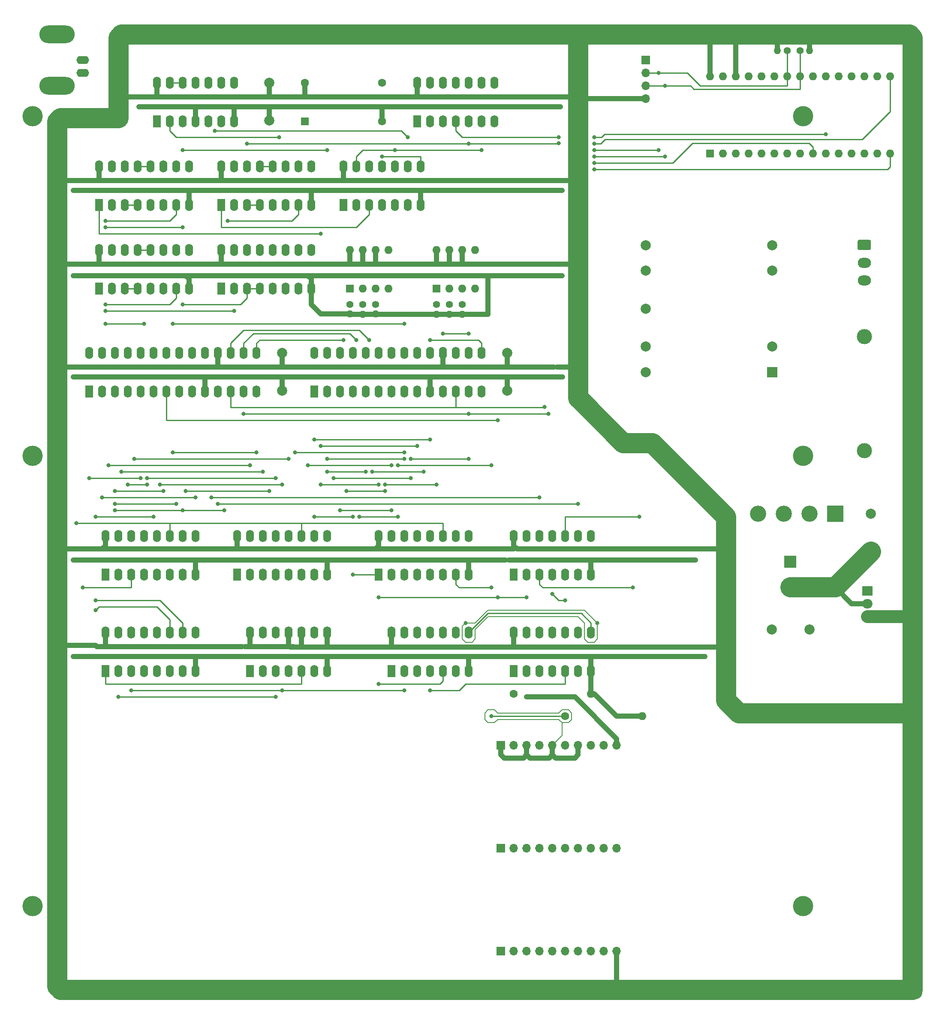
<source format=gbr>
%TF.GenerationSoftware,KiCad,Pcbnew,(5.1.9)-1*%
%TF.CreationDate,2021-06-05T23:20:16+02:00*%
%TF.ProjectId,Hauptplatine,48617570-7470-46c6-9174-696e652e6b69,rev?*%
%TF.SameCoordinates,Original*%
%TF.FileFunction,Copper,L1,Top*%
%TF.FilePolarity,Positive*%
%FSLAX46Y46*%
G04 Gerber Fmt 4.6, Leading zero omitted, Abs format (unit mm)*
G04 Created by KiCad (PCBNEW (5.1.9)-1) date 2021-06-05 23:20:16*
%MOMM*%
%LPD*%
G01*
G04 APERTURE LIST*
%TA.AperFunction,ComponentPad*%
%ADD10O,1.600000X1.600000*%
%TD*%
%TA.AperFunction,ComponentPad*%
%ADD11C,1.600000*%
%TD*%
%TA.AperFunction,ComponentPad*%
%ADD12O,1.600000X2.400000*%
%TD*%
%TA.AperFunction,ComponentPad*%
%ADD13R,1.600000X2.400000*%
%TD*%
%TA.AperFunction,ComponentPad*%
%ADD14R,1.600000X1.600000*%
%TD*%
%TA.AperFunction,ComponentPad*%
%ADD15O,1.400000X1.400000*%
%TD*%
%TA.AperFunction,ComponentPad*%
%ADD16C,1.400000*%
%TD*%
%TA.AperFunction,ComponentPad*%
%ADD17C,2.000000*%
%TD*%
%TA.AperFunction,ComponentPad*%
%ADD18R,2.000000X2.000000*%
%TD*%
%TA.AperFunction,ComponentPad*%
%ADD19O,2.500000X1.600000*%
%TD*%
%TA.AperFunction,ComponentPad*%
%ADD20O,7.000000X3.500000*%
%TD*%
%TA.AperFunction,ComponentPad*%
%ADD21O,1.700000X1.700000*%
%TD*%
%TA.AperFunction,ComponentPad*%
%ADD22R,1.700000X1.700000*%
%TD*%
%TA.AperFunction,ComponentPad*%
%ADD23O,2.600000X2.000000*%
%TD*%
%TA.AperFunction,ComponentPad*%
%ADD24O,2.000000X1.905000*%
%TD*%
%TA.AperFunction,ComponentPad*%
%ADD25R,2.000000X1.905000*%
%TD*%
%TA.AperFunction,ComponentPad*%
%ADD26C,3.000000*%
%TD*%
%TA.AperFunction,ComponentPad*%
%ADD27R,3.200000X3.200000*%
%TD*%
%TA.AperFunction,ComponentPad*%
%ADD28C,3.200000*%
%TD*%
%TA.AperFunction,ComponentPad*%
%ADD29C,2.400000*%
%TD*%
%TA.AperFunction,ComponentPad*%
%ADD30R,2.400000X2.400000*%
%TD*%
%TA.AperFunction,ViaPad*%
%ADD31C,4.000000*%
%TD*%
%TA.AperFunction,ViaPad*%
%ADD32C,1.000000*%
%TD*%
%TA.AperFunction,ViaPad*%
%ADD33C,0.800000*%
%TD*%
%TA.AperFunction,Conductor*%
%ADD34C,1.000000*%
%TD*%
%TA.AperFunction,Conductor*%
%ADD35C,2.500000*%
%TD*%
%TA.AperFunction,Conductor*%
%ADD36C,4.000000*%
%TD*%
%TA.AperFunction,Conductor*%
%ADD37C,0.200000*%
%TD*%
%TA.AperFunction,Conductor*%
%ADD38C,0.250000*%
%TD*%
G04 APERTURE END LIST*
D10*
%TO.P,R1,2*%
%TO.N,GND*%
X130175000Y-138430000D03*
D11*
%TO.P,R1,1*%
%TO.N,HF*%
X114935000Y-138430000D03*
%TD*%
D12*
%TO.P,IC26,14*%
%TO.N,VCC*%
X44450000Y-17780000D03*
%TO.P,IC26,7*%
%TO.N,GND*%
X59690000Y-25400000D03*
%TO.P,IC26,13*%
%TO.N,Net-(IC26-Pad12)*%
X46990000Y-17780000D03*
%TO.P,IC26,6*%
%TO.N,N/C*%
X57150000Y-25400000D03*
%TO.P,IC26,12*%
%TO.N,Net-(IC26-Pad12)*%
X49530000Y-17780000D03*
%TO.P,IC26,5*%
%TO.N,GND*%
X54610000Y-25400000D03*
%TO.P,IC26,11*%
%TO.N,Net-(IC25-Pad9)*%
X52070000Y-17780000D03*
%TO.P,IC26,4*%
%TO.N,GND*%
X52070000Y-25400000D03*
%TO.P,IC26,10*%
X54610000Y-17780000D03*
%TO.P,IC26,3*%
%TO.N,Net-(IC20-Pad1)*%
X49530000Y-25400000D03*
%TO.P,IC26,9*%
%TO.N,GND*%
X57150000Y-17780000D03*
%TO.P,IC26,2*%
%TO.N,Net-(IC24-Pad6)*%
X46990000Y-25400000D03*
%TO.P,IC26,8*%
%TO.N,N/C*%
X59690000Y-17780000D03*
D13*
%TO.P,IC26,1*%
%TO.N,Net-(IC24-Pad3)*%
X44450000Y-25400000D03*
%TD*%
D12*
%TO.P,IC9,14*%
%TO.N,VCC*%
X114935000Y-126365000D03*
%TO.P,IC9,7*%
%TO.N,GND*%
X130175000Y-133985000D03*
%TO.P,IC9,13*%
%TO.N,Net-(IC10-Pad5)*%
X117475000Y-126365000D03*
%TO.P,IC9,6*%
%TO.N,Net-(IC10-Pad9)*%
X127635000Y-133985000D03*
%TO.P,IC9,12*%
%TO.N,Net-(IC8-Pad13)*%
X120015000Y-126365000D03*
%TO.P,IC9,5*%
%TO.N,Net-(IC10-Pad4)*%
X125095000Y-133985000D03*
%TO.P,IC9,11*%
%TO.N,N/C*%
X122555000Y-126365000D03*
%TO.P,IC9,4*%
%TO.N,0.5HZ*%
X122555000Y-133985000D03*
%TO.P,IC9,10*%
%TO.N,Net-(IC8-Pad1)*%
X125095000Y-126365000D03*
%TO.P,IC9,3*%
%TO.N,N/C*%
X120015000Y-133985000D03*
%TO.P,IC9,9*%
%TO.N,10MHZ*%
X127635000Y-126365000D03*
%TO.P,IC9,2*%
%TO.N,VCC*%
X117475000Y-133985000D03*
%TO.P,IC9,8*%
%TO.N,Net-(IC10-Pad8)*%
X130175000Y-126365000D03*
D13*
%TO.P,IC9,1*%
%TO.N,HF*%
X114935000Y-133985000D03*
%TD*%
D10*
%TO.P,IC12,16*%
%TO.N,RESET_COUNTER*%
X189230000Y-16510000D03*
%TO.P,IC12,15*%
%TO.N,_RESET_PERIOD*%
X189230000Y-31750000D03*
%TO.P,IC12,30*%
%TO.N,VCC*%
X153670000Y-16510000D03*
%TO.P,IC12,14*%
%TO.N,N/C*%
X186690000Y-31750000D03*
%TO.P,IC12,29*%
%TO.N,GND*%
X156210000Y-16510000D03*
%TO.P,IC12,13*%
%TO.N,N/C*%
X184150000Y-31750000D03*
%TO.P,IC12,28*%
%TO.N,VCC*%
X158750000Y-16510000D03*
%TO.P,IC12,12*%
%TO.N,N/C*%
X181610000Y-31750000D03*
%TO.P,IC12,27*%
X161290000Y-16510000D03*
%TO.P,IC12,11*%
X179070000Y-31750000D03*
%TO.P,IC12,26*%
X163830000Y-16510000D03*
%TO.P,IC12,10*%
%TO.N,0.5HZ*%
X176530000Y-31750000D03*
%TO.P,IC12,25*%
%TO.N,N/C*%
X166370000Y-16510000D03*
%TO.P,IC12,9*%
%TO.N,DONE*%
X173990000Y-31750000D03*
%TO.P,IC12,24*%
%TO.N,SCL*%
X168910000Y-16510000D03*
%TO.P,IC12,8*%
%TO.N,N/C*%
X171450000Y-31750000D03*
%TO.P,IC12,23*%
%TO.N,SDA*%
X171450000Y-16510000D03*
%TO.P,IC12,7*%
%TO.N,N/C*%
X168910000Y-31750000D03*
%TO.P,IC12,22*%
X173990000Y-16510000D03*
%TO.P,IC12,6*%
X166370000Y-31750000D03*
%TO.P,IC12,21*%
X176530000Y-16510000D03*
%TO.P,IC12,5*%
X163830000Y-31750000D03*
%TO.P,IC12,20*%
X179070000Y-16510000D03*
%TO.P,IC12,4*%
%TO.N,GND*%
X161290000Y-31750000D03*
%TO.P,IC12,19*%
%TO.N,N/C*%
X181610000Y-16510000D03*
%TO.P,IC12,3*%
%TO.N,VCC*%
X158750000Y-31750000D03*
%TO.P,IC12,18*%
%TO.N,N/C*%
X184150000Y-16510000D03*
%TO.P,IC12,2*%
X156210000Y-31750000D03*
%TO.P,IC12,17*%
X186690000Y-16510000D03*
D14*
%TO.P,IC12,1*%
X153670000Y-31750000D03*
%TD*%
D12*
%TO.P,IC25,14*%
%TO.N,VCC*%
X81280000Y-34290000D03*
%TO.P,IC25,7*%
%TO.N,GND*%
X96520000Y-41910000D03*
%TO.P,IC25,13*%
%TO.N,_RESET_COUNTER*%
X83820000Y-34290000D03*
%TO.P,IC25,6*%
%TO.N,Net-(IC25-Pad11)*%
X93980000Y-41910000D03*
%TO.P,IC25,12*%
%TO.N,Net-(IC20-Pad11)*%
X86360000Y-34290000D03*
%TO.P,IC25,5*%
%TO.N,Net-(IC25-Pad5)*%
X91440000Y-41910000D03*
%TO.P,IC25,11*%
%TO.N,Net-(IC25-Pad11)*%
X88900000Y-34290000D03*
%TO.P,IC25,4*%
%TO.N,Net-(IC20-Pad1)*%
X88900000Y-41910000D03*
%TO.P,IC25,10*%
%TO.N,_RESET_COUNTER*%
X91440000Y-34290000D03*
%TO.P,IC25,3*%
%TO.N,Net-(IC21-Pad1)*%
X86360000Y-41910000D03*
%TO.P,IC25,9*%
%TO.N,Net-(IC25-Pad9)*%
X93980000Y-34290000D03*
%TO.P,IC25,2*%
%TO.N,N/C*%
X83820000Y-41910000D03*
%TO.P,IC25,8*%
%TO.N,Net-(IC25-Pad11)*%
X96520000Y-34290000D03*
D13*
%TO.P,IC25,1*%
%TO.N,Net-(IC20-Pad1)*%
X81280000Y-41910000D03*
%TD*%
D12*
%TO.P,IC10,14*%
%TO.N,VCC*%
X90805000Y-126365000D03*
%TO.P,IC10,7*%
%TO.N,GND*%
X106045000Y-133985000D03*
%TO.P,IC10,13*%
%TO.N,Net-(IC10-Pad13)*%
X93345000Y-126365000D03*
%TO.P,IC10,6*%
%TO.N,Net-(IC10-Pad5)*%
X103505000Y-133985000D03*
%TO.P,IC10,12*%
%TO.N,TRIGGER*%
X95885000Y-126365000D03*
%TO.P,IC10,5*%
%TO.N,Net-(IC10-Pad5)*%
X100965000Y-133985000D03*
%TO.P,IC10,11*%
%TO.N,TRIGGER*%
X98425000Y-126365000D03*
%TO.P,IC10,4*%
%TO.N,Net-(IC10-Pad4)*%
X98425000Y-133985000D03*
%TO.P,IC10,10*%
%TO.N,Net-(IC1-Pad10)*%
X100965000Y-126365000D03*
%TO.P,IC10,3*%
%TO.N,Net-(IC10-Pad13)*%
X95885000Y-133985000D03*
%TO.P,IC10,9*%
%TO.N,Net-(IC10-Pad9)*%
X103505000Y-126365000D03*
%TO.P,IC10,2*%
%TO.N,Net-(IC10-Pad13)*%
X93345000Y-133985000D03*
%TO.P,IC10,8*%
%TO.N,Net-(IC10-Pad8)*%
X106045000Y-126365000D03*
D13*
%TO.P,IC10,1*%
%TO.N,Net-(IC10-Pad1)*%
X90805000Y-133985000D03*
%TD*%
D12*
%TO.P,IC8,14*%
%TO.N,VCC*%
X114935000Y-107315000D03*
%TO.P,IC8,7*%
%TO.N,GND*%
X130175000Y-114935000D03*
%TO.P,IC8,13*%
%TO.N,Net-(IC8-Pad13)*%
X117475000Y-107315000D03*
%TO.P,IC8,6*%
%TO.N,Net-(IC8-Pad11)*%
X127635000Y-114935000D03*
%TO.P,IC8,12*%
%TO.N,Net-(IC7-Pad5)*%
X120015000Y-107315000D03*
%TO.P,IC8,5*%
%TO.N,Net-(IC8-Pad13)*%
X125095000Y-114935000D03*
%TO.P,IC8,11*%
%TO.N,Net-(IC8-Pad11)*%
X122555000Y-107315000D03*
%TO.P,IC8,4*%
%TO.N,Net-(IC8-Pad1)*%
X122555000Y-114935000D03*
%TO.P,IC8,10*%
%TO.N,_RESET_PERIOD*%
X125095000Y-107315000D03*
%TO.P,IC8,3*%
%TO.N,DONE*%
X120015000Y-114935000D03*
%TO.P,IC8,9*%
%TO.N,Net-(IC7-Pad6)*%
X127635000Y-107315000D03*
%TO.P,IC8,2*%
%TO.N,Net-(IC8-Pad1)*%
X117475000Y-114935000D03*
%TO.P,IC8,8*%
%TO.N,Net-(IC8-Pad11)*%
X130175000Y-107315000D03*
D13*
%TO.P,IC8,1*%
%TO.N,Net-(IC8-Pad1)*%
X114935000Y-114935000D03*
%TD*%
D12*
%TO.P,IC7,16*%
%TO.N,VCC*%
X34290000Y-126365000D03*
%TO.P,IC7,8*%
%TO.N,GND*%
X52070000Y-133985000D03*
%TO.P,IC7,15*%
X36830000Y-126365000D03*
%TO.P,IC7,7*%
X49530000Y-133985000D03*
%TO.P,IC7,14*%
X39370000Y-126365000D03*
%TO.P,IC7,6*%
%TO.N,Net-(IC7-Pad6)*%
X46990000Y-133985000D03*
%TO.P,IC7,13*%
%TO.N,GND*%
X41910000Y-126365000D03*
%TO.P,IC7,5*%
%TO.N,Net-(IC7-Pad5)*%
X44450000Y-133985000D03*
%TO.P,IC7,12*%
%TO.N,GND*%
X44450000Y-126365000D03*
%TO.P,IC7,4*%
%TO.N,Net-(IC10-Pad1)*%
X41910000Y-133985000D03*
%TO.P,IC7,11*%
%TO.N,Net-(IC5-Pad5)*%
X46990000Y-126365000D03*
%TO.P,IC7,3*%
%TO.N,Net-(IC10-Pad13)*%
X39370000Y-133985000D03*
%TO.P,IC7,10*%
%TO.N,Net-(IC5-Pad6)*%
X49530000Y-126365000D03*
%TO.P,IC7,2*%
%TO.N,Net-(IC6-Pad3)*%
X36830000Y-133985000D03*
%TO.P,IC7,9*%
%TO.N,GND*%
X52070000Y-126365000D03*
D13*
%TO.P,IC7,1*%
%TO.N,Net-(IC6-Pad5)*%
X34290000Y-133985000D03*
%TD*%
D12*
%TO.P,IC6,14*%
%TO.N,VCC*%
X62865000Y-126365000D03*
%TO.P,IC6,7*%
%TO.N,GND*%
X78105000Y-133985000D03*
%TO.P,IC6,13*%
%TO.N,VCC*%
X65405000Y-126365000D03*
%TO.P,IC6,6*%
%TO.N,N/C*%
X75565000Y-133985000D03*
%TO.P,IC6,12*%
%TO.N,Net-(IC10-Pad13)*%
X67945000Y-126365000D03*
%TO.P,IC6,5*%
%TO.N,Net-(IC6-Pad5)*%
X73025000Y-133985000D03*
%TO.P,IC6,11*%
%TO.N,VCC*%
X70485000Y-126365000D03*
%TO.P,IC6,4*%
X70485000Y-133985000D03*
%TO.P,IC6,10*%
X73025000Y-126365000D03*
%TO.P,IC6,3*%
%TO.N,Net-(IC6-Pad3)*%
X67945000Y-133985000D03*
%TO.P,IC6,9*%
%TO.N,Net-(IC10-Pad1)*%
X75565000Y-126365000D03*
%TO.P,IC6,2*%
%TO.N,N/C*%
X65405000Y-133985000D03*
%TO.P,IC6,8*%
%TO.N,VCC*%
X78105000Y-126365000D03*
D13*
%TO.P,IC6,1*%
X62865000Y-133985000D03*
%TD*%
D12*
%TO.P,IC3,16*%
%TO.N,VCC*%
X34290000Y-107315000D03*
%TO.P,IC3,8*%
%TO.N,GND*%
X52070000Y-114935000D03*
%TO.P,IC3,15*%
%TO.N,N/C*%
X36830000Y-107315000D03*
%TO.P,IC3,7*%
%TO.N,Net-(IC3-Pad7)*%
X49530000Y-114935000D03*
%TO.P,IC3,14*%
%TO.N,N/C*%
X39370000Y-107315000D03*
%TO.P,IC3,6*%
%TO.N,Net-(IC3-Pad6)*%
X46990000Y-114935000D03*
%TO.P,IC3,13*%
%TO.N,N/C*%
X41910000Y-107315000D03*
%TO.P,IC3,5*%
%TO.N,Net-(IC3-Pad5)*%
X44450000Y-114935000D03*
%TO.P,IC3,12*%
%TO.N,N/C*%
X44450000Y-107315000D03*
%TO.P,IC3,4*%
X41910000Y-114935000D03*
%TO.P,IC3,11*%
%TO.N,RESET_COUNTER*%
X46990000Y-107315000D03*
%TO.P,IC3,3*%
%TO.N,Net-(IC26-Pad12)*%
X39370000Y-114935000D03*
%TO.P,IC3,10*%
%TO.N,Net-(IC2-Pad1)*%
X49530000Y-107315000D03*
%TO.P,IC3,2*%
%TO.N,N/C*%
X36830000Y-114935000D03*
%TO.P,IC3,9*%
%TO.N,Net-(IC3-Pad9)*%
X52070000Y-107315000D03*
D13*
%TO.P,IC3,1*%
%TO.N,N/C*%
X34290000Y-114935000D03*
%TD*%
D10*
%TO.P,R2,2*%
%TO.N,GND*%
X140335000Y-142875000D03*
D11*
%TO.P,R2,1*%
%TO.N,TRIGGER*%
X125095000Y-142875000D03*
%TD*%
%TO.P,IC27,7*%
%TO.N,GND*%
X88900000Y-25400000D03*
%TO.P,IC27,8*%
%TO.N,Net-(IC20-Pad13)*%
X88900000Y-17780000D03*
%TO.P,IC27,14*%
%TO.N,VCC*%
X73660000Y-17780000D03*
D14*
%TO.P,IC27,1*%
%TO.N,N/C*%
X73660000Y-25400000D03*
%TD*%
D12*
%TO.P,IC20,14*%
%TO.N,VCC*%
X95885000Y-17780000D03*
%TO.P,IC20,7*%
%TO.N,GND*%
X111125000Y-25400000D03*
%TO.P,IC20,13*%
%TO.N,Net-(IC20-Pad13)*%
X98425000Y-17780000D03*
%TO.P,IC20,6*%
%TO.N,_RESET_COUNTER*%
X108585000Y-25400000D03*
%TO.P,IC20,12*%
%TO.N,Net-(IC20-Pad11)*%
X100965000Y-17780000D03*
%TO.P,IC20,5*%
%TO.N,RESET_COUNTER*%
X106045000Y-25400000D03*
%TO.P,IC20,11*%
%TO.N,Net-(IC20-Pad11)*%
X103505000Y-17780000D03*
%TO.P,IC20,4*%
%TO.N,0.5HZ*%
X103505000Y-25400000D03*
%TO.P,IC20,10*%
%TO.N,Net-(IC20-Pad10)*%
X106045000Y-17780000D03*
%TO.P,IC20,3*%
%TO.N,Net-(IC20-Pad2)*%
X100965000Y-25400000D03*
%TO.P,IC20,9*%
%TO.N,Net-(IC20-Pad11)*%
X108585000Y-17780000D03*
%TO.P,IC20,2*%
%TO.N,Net-(IC20-Pad2)*%
X98425000Y-25400000D03*
%TO.P,IC20,8*%
%TO.N,10MHZ*%
X111125000Y-17780000D03*
D13*
%TO.P,IC20,1*%
%TO.N,Net-(IC20-Pad1)*%
X95885000Y-25400000D03*
%TD*%
D12*
%TO.P,IC24,16*%
%TO.N,VCC*%
X57150000Y-50800000D03*
%TO.P,IC24,8*%
%TO.N,GND*%
X74930000Y-58420000D03*
%TO.P,IC24,15*%
%TO.N,N/C*%
X59690000Y-50800000D03*
%TO.P,IC24,7*%
X72390000Y-58420000D03*
%TO.P,IC24,14*%
X62230000Y-50800000D03*
%TO.P,IC24,6*%
%TO.N,Net-(IC24-Pad6)*%
X69850000Y-58420000D03*
%TO.P,IC24,13*%
%TO.N,N/C*%
X64770000Y-50800000D03*
%TO.P,IC24,5*%
X67310000Y-58420000D03*
%TO.P,IC24,12*%
X67310000Y-50800000D03*
%TO.P,IC24,4*%
%TO.N,Net-(IC24-Pad3)*%
X64770000Y-58420000D03*
%TO.P,IC24,11*%
%TO.N,N/C*%
X69850000Y-50800000D03*
%TO.P,IC24,3*%
%TO.N,Net-(IC24-Pad3)*%
X62230000Y-58420000D03*
%TO.P,IC24,10*%
%TO.N,N/C*%
X72390000Y-50800000D03*
%TO.P,IC24,2*%
%TO.N,RESET_COUNTER*%
X59690000Y-58420000D03*
%TO.P,IC24,9*%
%TO.N,N/C*%
X74930000Y-50800000D03*
D13*
%TO.P,IC24,1*%
%TO.N,Net-(IC23-Pad9)*%
X57150000Y-58420000D03*
%TD*%
D10*
%TO.P,SW2,8*%
%TO.N,VCC*%
X82550000Y-50800000D03*
%TO.P,SW2,4*%
%TO.N,N/C*%
X90170000Y-58420000D03*
%TO.P,SW2,7*%
%TO.N,VCC*%
X85090000Y-50800000D03*
%TO.P,SW2,3*%
%TO.N,Net-(IC5-Pad17)*%
X87630000Y-58420000D03*
%TO.P,SW2,6*%
%TO.N,VCC*%
X87630000Y-50800000D03*
%TO.P,SW2,2*%
%TO.N,Net-(IC5-Pad16)*%
X85090000Y-58420000D03*
%TO.P,SW2,5*%
%TO.N,N/C*%
X90170000Y-50800000D03*
D14*
%TO.P,SW2,1*%
%TO.N,Net-(IC5-Pad15)*%
X82550000Y-58420000D03*
%TD*%
D10*
%TO.P,SW1,8*%
%TO.N,VCC*%
X99695000Y-50800000D03*
%TO.P,SW1,4*%
%TO.N,N/C*%
X107315000Y-58420000D03*
%TO.P,SW1,7*%
%TO.N,VCC*%
X102235000Y-50800000D03*
%TO.P,SW1,3*%
%TO.N,Net-(IC4-Pad17)*%
X104775000Y-58420000D03*
%TO.P,SW1,6*%
%TO.N,VCC*%
X104775000Y-50800000D03*
%TO.P,SW1,2*%
%TO.N,Net-(IC4-Pad16)*%
X102235000Y-58420000D03*
%TO.P,SW1,5*%
%TO.N,N/C*%
X107315000Y-50800000D03*
D14*
%TO.P,SW1,1*%
%TO.N,Net-(IC4-Pad15)*%
X99695000Y-58420000D03*
%TD*%
D15*
%TO.P,R10,2*%
%TO.N,GND*%
X87630000Y-63495000D03*
D16*
%TO.P,R10,1*%
%TO.N,Net-(IC5-Pad17)*%
X87630000Y-61595000D03*
%TD*%
D15*
%TO.P,R9,2*%
%TO.N,GND*%
X104775000Y-63500000D03*
D16*
%TO.P,R9,1*%
%TO.N,Net-(IC4-Pad17)*%
X104775000Y-61600000D03*
%TD*%
D15*
%TO.P,R8,2*%
%TO.N,GND*%
X85090000Y-63500000D03*
D16*
%TO.P,R8,1*%
%TO.N,Net-(IC5-Pad16)*%
X85090000Y-61600000D03*
%TD*%
D15*
%TO.P,R7,2*%
%TO.N,GND*%
X102235000Y-63500000D03*
D16*
%TO.P,R7,1*%
%TO.N,Net-(IC4-Pad16)*%
X102235000Y-61600000D03*
%TD*%
D15*
%TO.P,R6,2*%
%TO.N,GND*%
X82550000Y-63495000D03*
D16*
%TO.P,R6,1*%
%TO.N,Net-(IC5-Pad15)*%
X82550000Y-61595000D03*
%TD*%
D15*
%TO.P,R5,2*%
%TO.N,GND*%
X99695000Y-63500000D03*
D16*
%TO.P,R5,1*%
%TO.N,Net-(IC4-Pad15)*%
X99695000Y-61600000D03*
%TD*%
D15*
%TO.P,R4,2*%
%TO.N,VCC*%
X167010000Y-11430000D03*
D16*
%TO.P,R4,1*%
%TO.N,SCL*%
X168910000Y-11430000D03*
%TD*%
D15*
%TO.P,R3,2*%
%TO.N,VCC*%
X173350000Y-11430000D03*
D16*
%TO.P,R3,1*%
%TO.N,SDA*%
X171450000Y-11430000D03*
%TD*%
D17*
%TO.P,C27,2*%
%TO.N,GND*%
X66675000Y-25280000D03*
%TO.P,C27,1*%
%TO.N,VCC*%
X66675000Y-17780000D03*
%TD*%
%TO.P,C5,2*%
%TO.N,GND*%
X113665000Y-78620000D03*
%TO.P,C5,1*%
%TO.N,VCC*%
X113665000Y-71120000D03*
%TD*%
%TO.P,C4,2*%
%TO.N,GND*%
X69215000Y-78620000D03*
%TO.P,C4,1*%
%TO.N,VCC*%
X69215000Y-71120000D03*
%TD*%
%TO.P,TR1,10*%
%TO.N,N/C*%
X140989000Y-74930000D03*
%TO.P,TR1,9*%
%TO.N,Net-(D1-Pad3)*%
X140989000Y-69930000D03*
%TO.P,TR1,8*%
%TO.N,N/C*%
X140989000Y-62430000D03*
%TO.P,TR1,7*%
%TO.N,Net-(D1-Pad2)*%
X140989000Y-54930000D03*
%TO.P,TR1,6*%
%TO.N,N/C*%
X140989000Y-49930000D03*
%TO.P,TR1,5*%
%TO.N,Net-(J1-Pad1)*%
X165989000Y-49930000D03*
%TO.P,TR1,4*%
%TO.N,N/C*%
X165989000Y-54930000D03*
%TO.P,TR1,2*%
X165989000Y-69930000D03*
D18*
%TO.P,TR1,1*%
%TO.N,Net-(F1-Pad2)*%
X165989000Y-74930000D03*
%TD*%
D19*
%TO.P,J3,2*%
%TO.N,GND*%
X29845000Y-15875000D03*
%TO.P,J3,1*%
%TO.N,Net-(IC20-Pad10)*%
X29845000Y-13335000D03*
D20*
%TO.P,J3,2*%
%TO.N,GND*%
X24765000Y-8255000D03*
X24765000Y-18415000D03*
%TD*%
D12*
%TO.P,IC4,28*%
%TO.N,Net-(IC1-Pad13)*%
X75565000Y-71120000D03*
%TO.P,IC4,14*%
%TO.N,N/C*%
X108585000Y-78740000D03*
%TO.P,IC4,27*%
%TO.N,Net-(IC1-Pad4)*%
X78105000Y-71120000D03*
%TO.P,IC4,13*%
%TO.N,SDA*%
X106045000Y-78740000D03*
%TO.P,IC4,26*%
%TO.N,Net-(IC1-Pad2)*%
X80645000Y-71120000D03*
%TO.P,IC4,12*%
%TO.N,SCL*%
X103505000Y-78740000D03*
%TO.P,IC4,25*%
%TO.N,Net-(IC1-Pad3)*%
X83185000Y-71120000D03*
%TO.P,IC4,11*%
%TO.N,N/C*%
X100965000Y-78740000D03*
%TO.P,IC4,24*%
%TO.N,Net-(IC1-Pad5)*%
X85725000Y-71120000D03*
%TO.P,IC4,10*%
%TO.N,GND*%
X98425000Y-78740000D03*
%TO.P,IC4,23*%
%TO.N,Net-(IC1-Pad6)*%
X88265000Y-71120000D03*
%TO.P,IC4,9*%
%TO.N,VCC*%
X95885000Y-78740000D03*
%TO.P,IC4,22*%
%TO.N,Net-(IC1-Pad7)*%
X90805000Y-71120000D03*
%TO.P,IC4,8*%
%TO.N,Net-(IC2-Pad5)*%
X93345000Y-78740000D03*
%TO.P,IC4,21*%
%TO.N,Net-(IC1-Pad9)*%
X93345000Y-71120000D03*
%TO.P,IC4,7*%
%TO.N,Net-(IC2-Pad6)*%
X90805000Y-78740000D03*
%TO.P,IC4,20*%
%TO.N,N/C*%
X95885000Y-71120000D03*
%TO.P,IC4,6*%
%TO.N,Net-(IC2-Pad7)*%
X88265000Y-78740000D03*
%TO.P,IC4,19*%
%TO.N,N/C*%
X98425000Y-71120000D03*
%TO.P,IC4,5*%
%TO.N,Net-(IC2-Pad9)*%
X85725000Y-78740000D03*
%TO.P,IC4,18*%
%TO.N,VCC*%
X100965000Y-71120000D03*
%TO.P,IC4,4*%
%TO.N,Net-(IC1-Pad1)*%
X83185000Y-78740000D03*
%TO.P,IC4,17*%
%TO.N,Net-(IC4-Pad17)*%
X103505000Y-71120000D03*
%TO.P,IC4,3*%
%TO.N,Net-(IC1-Pad15)*%
X80645000Y-78740000D03*
%TO.P,IC4,16*%
%TO.N,Net-(IC4-Pad16)*%
X106045000Y-71120000D03*
%TO.P,IC4,2*%
%TO.N,Net-(IC1-Pad14)*%
X78105000Y-78740000D03*
%TO.P,IC4,15*%
%TO.N,Net-(IC4-Pad15)*%
X108585000Y-71120000D03*
D13*
%TO.P,IC4,1*%
%TO.N,Net-(IC1-Pad12)*%
X75565000Y-78740000D03*
%TD*%
D12*
%TO.P,IC1,16*%
%TO.N,VCC*%
X88265000Y-107315000D03*
%TO.P,IC1,8*%
%TO.N,GND*%
X106045000Y-114935000D03*
%TO.P,IC1,15*%
%TO.N,Net-(IC1-Pad15)*%
X90805000Y-107315000D03*
%TO.P,IC1,7*%
%TO.N,Net-(IC1-Pad7)*%
X103505000Y-114935000D03*
%TO.P,IC1,14*%
%TO.N,Net-(IC1-Pad14)*%
X93345000Y-107315000D03*
%TO.P,IC1,6*%
%TO.N,Net-(IC1-Pad6)*%
X100965000Y-114935000D03*
%TO.P,IC1,13*%
%TO.N,Net-(IC1-Pad13)*%
X95885000Y-107315000D03*
%TO.P,IC1,5*%
%TO.N,Net-(IC1-Pad5)*%
X98425000Y-114935000D03*
%TO.P,IC1,12*%
%TO.N,Net-(IC1-Pad12)*%
X98425000Y-107315000D03*
%TO.P,IC1,4*%
%TO.N,Net-(IC1-Pad4)*%
X95885000Y-114935000D03*
%TO.P,IC1,11*%
%TO.N,RESET_COUNTER*%
X100965000Y-107315000D03*
%TO.P,IC1,3*%
%TO.N,Net-(IC1-Pad3)*%
X93345000Y-114935000D03*
%TO.P,IC1,10*%
%TO.N,Net-(IC1-Pad10)*%
X103505000Y-107315000D03*
%TO.P,IC1,2*%
%TO.N,Net-(IC1-Pad2)*%
X90805000Y-114935000D03*
%TO.P,IC1,9*%
%TO.N,Net-(IC1-Pad9)*%
X106045000Y-107315000D03*
D13*
%TO.P,IC1,1*%
%TO.N,Net-(IC1-Pad1)*%
X88265000Y-114935000D03*
%TD*%
D12*
%TO.P,IC2,16*%
%TO.N,VCC*%
X60325000Y-107315000D03*
%TO.P,IC2,8*%
%TO.N,GND*%
X78105000Y-114935000D03*
%TO.P,IC2,15*%
%TO.N,Net-(IC2-Pad15)*%
X62865000Y-107315000D03*
%TO.P,IC2,7*%
%TO.N,Net-(IC2-Pad7)*%
X75565000Y-114935000D03*
%TO.P,IC2,14*%
%TO.N,Net-(IC2-Pad14)*%
X65405000Y-107315000D03*
%TO.P,IC2,6*%
%TO.N,Net-(IC2-Pad6)*%
X73025000Y-114935000D03*
%TO.P,IC2,13*%
%TO.N,Net-(IC2-Pad13)*%
X67945000Y-107315000D03*
%TO.P,IC2,5*%
%TO.N,Net-(IC2-Pad5)*%
X70485000Y-114935000D03*
%TO.P,IC2,12*%
%TO.N,Net-(IC2-Pad12)*%
X70485000Y-107315000D03*
%TO.P,IC2,4*%
%TO.N,Net-(IC2-Pad4)*%
X67945000Y-114935000D03*
%TO.P,IC2,11*%
%TO.N,RESET_COUNTER*%
X73025000Y-107315000D03*
%TO.P,IC2,3*%
%TO.N,Net-(IC2-Pad3)*%
X65405000Y-114935000D03*
%TO.P,IC2,10*%
%TO.N,Net-(IC1-Pad1)*%
X75565000Y-107315000D03*
%TO.P,IC2,2*%
%TO.N,Net-(IC2-Pad2)*%
X62865000Y-114935000D03*
%TO.P,IC2,9*%
%TO.N,Net-(IC2-Pad9)*%
X78105000Y-107315000D03*
D13*
%TO.P,IC2,1*%
%TO.N,Net-(IC2-Pad1)*%
X60325000Y-114935000D03*
%TD*%
D12*
%TO.P,IC22,16*%
%TO.N,VCC*%
X33020000Y-34290000D03*
%TO.P,IC22,8*%
%TO.N,GND*%
X50800000Y-41910000D03*
%TO.P,IC22,15*%
%TO.N,Net-(IC22-Pad15)*%
X35560000Y-34290000D03*
%TO.P,IC22,7*%
X48260000Y-41910000D03*
%TO.P,IC22,14*%
%TO.N,RESET_COUNTER*%
X38100000Y-34290000D03*
%TO.P,IC22,6*%
%TO.N,N/C*%
X45720000Y-41910000D03*
%TO.P,IC22,13*%
%TO.N,Net-(IC22-Pad12)*%
X40640000Y-34290000D03*
%TO.P,IC22,5*%
%TO.N,N/C*%
X43180000Y-41910000D03*
%TO.P,IC22,12*%
%TO.N,Net-(IC22-Pad12)*%
X43180000Y-34290000D03*
%TO.P,IC22,4*%
%TO.N,Net-(IC22-Pad3)*%
X40640000Y-41910000D03*
%TO.P,IC22,11*%
%TO.N,N/C*%
X45720000Y-34290000D03*
%TO.P,IC22,3*%
%TO.N,Net-(IC22-Pad3)*%
X38100000Y-41910000D03*
%TO.P,IC22,10*%
%TO.N,N/C*%
X48260000Y-34290000D03*
%TO.P,IC22,2*%
%TO.N,RESET_COUNTER*%
X35560000Y-41910000D03*
%TO.P,IC22,9*%
%TO.N,Net-(IC22-Pad9)*%
X50800000Y-34290000D03*
D13*
%TO.P,IC22,1*%
%TO.N,Net-(IC21-Pad9)*%
X33020000Y-41910000D03*
%TD*%
D12*
%TO.P,IC5,28*%
%TO.N,Net-(IC2-Pad1)*%
X31115000Y-71120000D03*
%TO.P,IC5,14*%
%TO.N,N/C*%
X64135000Y-78740000D03*
%TO.P,IC5,27*%
%TO.N,Net-(IC2-Pad15)*%
X33655000Y-71120000D03*
%TO.P,IC5,13*%
%TO.N,SDA*%
X61595000Y-78740000D03*
%TO.P,IC5,26*%
%TO.N,Net-(IC2-Pad14)*%
X36195000Y-71120000D03*
%TO.P,IC5,12*%
%TO.N,SCL*%
X59055000Y-78740000D03*
%TO.P,IC5,25*%
%TO.N,Net-(IC2-Pad12)*%
X38735000Y-71120000D03*
%TO.P,IC5,11*%
%TO.N,N/C*%
X56515000Y-78740000D03*
%TO.P,IC5,24*%
%TO.N,Net-(IC2-Pad13)*%
X41275000Y-71120000D03*
%TO.P,IC5,10*%
%TO.N,GND*%
X53975000Y-78740000D03*
%TO.P,IC5,23*%
%TO.N,Net-(IC2-Pad4)*%
X43815000Y-71120000D03*
%TO.P,IC5,9*%
%TO.N,VCC*%
X51435000Y-78740000D03*
%TO.P,IC5,22*%
%TO.N,Net-(IC2-Pad2)*%
X46355000Y-71120000D03*
%TO.P,IC5,8*%
%TO.N,Net-(IC25-Pad5)*%
X48895000Y-78740000D03*
%TO.P,IC5,21*%
%TO.N,Net-(IC2-Pad3)*%
X48895000Y-71120000D03*
%TO.P,IC5,7*%
%TO.N,Net-(IC10-Pad5)*%
X46355000Y-78740000D03*
%TO.P,IC5,20*%
%TO.N,N/C*%
X51435000Y-71120000D03*
%TO.P,IC5,6*%
%TO.N,Net-(IC5-Pad6)*%
X43815000Y-78740000D03*
%TO.P,IC5,19*%
%TO.N,N/C*%
X53975000Y-71120000D03*
%TO.P,IC5,5*%
%TO.N,Net-(IC5-Pad5)*%
X41275000Y-78740000D03*
%TO.P,IC5,18*%
%TO.N,VCC*%
X56515000Y-71120000D03*
%TO.P,IC5,4*%
%TO.N,Net-(IC3-Pad5)*%
X38735000Y-78740000D03*
%TO.P,IC5,17*%
%TO.N,Net-(IC5-Pad17)*%
X59055000Y-71120000D03*
%TO.P,IC5,3*%
%TO.N,Net-(IC3-Pad6)*%
X36195000Y-78740000D03*
%TO.P,IC5,16*%
%TO.N,Net-(IC5-Pad16)*%
X61595000Y-71120000D03*
%TO.P,IC5,2*%
%TO.N,Net-(IC3-Pad7)*%
X33655000Y-78740000D03*
%TO.P,IC5,15*%
%TO.N,Net-(IC5-Pad15)*%
X64135000Y-71120000D03*
D13*
%TO.P,IC5,1*%
%TO.N,Net-(IC3-Pad9)*%
X31115000Y-78740000D03*
%TD*%
D21*
%TO.P,SV5,4*%
%TO.N,VCC*%
X140970000Y-20955000D03*
%TO.P,SV5,3*%
%TO.N,SDA*%
X140970000Y-18415000D03*
%TO.P,SV5,2*%
%TO.N,SCL*%
X140970000Y-15875000D03*
D22*
%TO.P,SV5,1*%
%TO.N,GND*%
X140970000Y-13335000D03*
%TD*%
D12*
%TO.P,IC23,16*%
%TO.N,VCC*%
X33020000Y-50800000D03*
%TO.P,IC23,8*%
%TO.N,GND*%
X50800000Y-58420000D03*
%TO.P,IC23,15*%
%TO.N,Net-(IC23-Pad15)*%
X35560000Y-50800000D03*
%TO.P,IC23,7*%
X48260000Y-58420000D03*
%TO.P,IC23,14*%
%TO.N,RESET_COUNTER*%
X38100000Y-50800000D03*
%TO.P,IC23,6*%
%TO.N,N/C*%
X45720000Y-58420000D03*
%TO.P,IC23,13*%
%TO.N,Net-(IC23-Pad12)*%
X40640000Y-50800000D03*
%TO.P,IC23,5*%
%TO.N,N/C*%
X43180000Y-58420000D03*
%TO.P,IC23,12*%
%TO.N,Net-(IC23-Pad12)*%
X43180000Y-50800000D03*
%TO.P,IC23,4*%
%TO.N,Net-(IC23-Pad3)*%
X40640000Y-58420000D03*
%TO.P,IC23,11*%
%TO.N,N/C*%
X45720000Y-50800000D03*
%TO.P,IC23,3*%
%TO.N,Net-(IC23-Pad3)*%
X38100000Y-58420000D03*
%TO.P,IC23,10*%
%TO.N,N/C*%
X48260000Y-50800000D03*
%TO.P,IC23,2*%
%TO.N,RESET_COUNTER*%
X35560000Y-58420000D03*
%TO.P,IC23,9*%
%TO.N,Net-(IC23-Pad9)*%
X50800000Y-50800000D03*
D13*
%TO.P,IC23,1*%
%TO.N,Net-(IC22-Pad9)*%
X33020000Y-58420000D03*
%TD*%
D12*
%TO.P,IC21,16*%
%TO.N,VCC*%
X57150000Y-34290000D03*
%TO.P,IC21,8*%
%TO.N,GND*%
X74930000Y-41910000D03*
%TO.P,IC21,15*%
%TO.N,Net-(IC21-Pad15)*%
X59690000Y-34290000D03*
%TO.P,IC21,7*%
X72390000Y-41910000D03*
%TO.P,IC21,14*%
%TO.N,RESET_COUNTER*%
X62230000Y-34290000D03*
%TO.P,IC21,6*%
%TO.N,N/C*%
X69850000Y-41910000D03*
%TO.P,IC21,13*%
%TO.N,Net-(IC21-Pad12)*%
X64770000Y-34290000D03*
%TO.P,IC21,5*%
%TO.N,N/C*%
X67310000Y-41910000D03*
%TO.P,IC21,12*%
%TO.N,Net-(IC21-Pad12)*%
X67310000Y-34290000D03*
%TO.P,IC21,4*%
%TO.N,Net-(IC21-Pad3)*%
X64770000Y-41910000D03*
%TO.P,IC21,11*%
%TO.N,N/C*%
X69850000Y-34290000D03*
%TO.P,IC21,3*%
%TO.N,Net-(IC21-Pad3)*%
X62230000Y-41910000D03*
%TO.P,IC21,10*%
%TO.N,N/C*%
X72390000Y-34290000D03*
%TO.P,IC21,2*%
%TO.N,RESET_COUNTER*%
X59690000Y-41910000D03*
%TO.P,IC21,9*%
%TO.N,Net-(IC21-Pad9)*%
X74930000Y-34290000D03*
D13*
%TO.P,IC21,1*%
%TO.N,Net-(IC21-Pad1)*%
X57150000Y-41910000D03*
%TD*%
D23*
%TO.P,J1,3*%
%TO.N,Net-(F1-Pad1)*%
X184150000Y-56840000D03*
%TO.P,J1,2*%
%TO.N,GND*%
X184150000Y-53340000D03*
%TO.P,J1,1*%
%TO.N,Net-(J1-Pad1)*%
%TA.AperFunction,ComponentPad*%
G36*
G01*
X183100000Y-48840000D02*
X185200000Y-48840000D01*
G75*
G02*
X185450000Y-49090000I0J-250000D01*
G01*
X185450000Y-50590000D01*
G75*
G02*
X185200000Y-50840000I-250000J0D01*
G01*
X183100000Y-50840000D01*
G75*
G02*
X182850000Y-50590000I0J250000D01*
G01*
X182850000Y-49090000D01*
G75*
G02*
X183100000Y-48840000I250000J0D01*
G01*
G37*
%TD.AperFunction*%
%TD*%
D24*
%TO.P,U1,3*%
%TO.N,VCC*%
X184785000Y-123190000D03*
%TO.P,U1,2*%
%TO.N,GND*%
X184785000Y-120650000D03*
D25*
%TO.P,U1,1*%
%TO.N,Net-(C14-Pad1)*%
X184785000Y-118110000D03*
%TD*%
D26*
%TO.P,F1,2*%
%TO.N,Net-(F1-Pad2)*%
X184150000Y-90445000D03*
%TO.P,F1,1*%
%TO.N,Net-(F1-Pad1)*%
X184150000Y-67945000D03*
%TD*%
D27*
%TO.P,D1,1*%
%TO.N,Net-(C14-Pad1)*%
X178435000Y-102870000D03*
D28*
%TO.P,D1,2*%
%TO.N,Net-(D1-Pad2)*%
X173355000Y-102870000D03*
%TO.P,D1,3*%
%TO.N,Net-(D1-Pad3)*%
X168275000Y-102870000D03*
%TO.P,D1,4*%
%TO.N,GND*%
X163195000Y-102870000D03*
%TD*%
D17*
%TO.P,C12,2*%
%TO.N,GND*%
X165855000Y-125730000D03*
%TO.P,C12,1*%
%TO.N,VCC*%
X173355000Y-125730000D03*
%TD*%
%TO.P,C14,2*%
%TO.N,GND*%
X185420000Y-110370000D03*
%TO.P,C14,1*%
%TO.N,Net-(C14-Pad1)*%
X185420000Y-102870000D03*
%TD*%
D29*
%TO.P,C30,2*%
%TO.N,GND*%
X169545000Y-117395000D03*
D30*
%TO.P,C30,1*%
%TO.N,Net-(C14-Pad1)*%
X169545000Y-112395000D03*
%TD*%
D21*
%TO.P,SV4,10*%
%TO.N,VCC*%
X135255000Y-189230000D03*
%TO.P,SV4,9*%
%TO.N,SDA*%
X132715000Y-189230000D03*
%TO.P,SV4,8*%
%TO.N,SCL*%
X130175000Y-189230000D03*
%TO.P,SV4,7*%
%TO.N,GND*%
X127635000Y-189230000D03*
%TO.P,SV4,6*%
%TO.N,N/C*%
X125095000Y-189230000D03*
%TO.P,SV4,5*%
%TO.N,GND*%
X122555000Y-189230000D03*
%TO.P,SV4,4*%
%TO.N,N/C*%
X120015000Y-189230000D03*
%TO.P,SV4,3*%
%TO.N,GND*%
X117475000Y-189230000D03*
%TO.P,SV4,2*%
%TO.N,HF*%
X114935000Y-189230000D03*
D22*
%TO.P,SV4,1*%
%TO.N,GND*%
X112395000Y-189230000D03*
%TD*%
D21*
%TO.P,SV3,10*%
%TO.N,VCC*%
X135255000Y-168910000D03*
%TO.P,SV3,9*%
%TO.N,SDA*%
X132715000Y-168910000D03*
%TO.P,SV3,8*%
%TO.N,SCL*%
X130175000Y-168910000D03*
%TO.P,SV3,7*%
%TO.N,GND*%
X127635000Y-168910000D03*
%TO.P,SV3,6*%
%TO.N,TRIGGER*%
X125095000Y-168910000D03*
%TO.P,SV3,5*%
%TO.N,GND*%
X122555000Y-168910000D03*
%TO.P,SV3,4*%
%TO.N,N/C*%
X120015000Y-168910000D03*
%TO.P,SV3,3*%
%TO.N,GND*%
X117475000Y-168910000D03*
%TO.P,SV3,2*%
%TO.N,HF*%
X114935000Y-168910000D03*
D22*
%TO.P,SV3,1*%
%TO.N,GND*%
X112395000Y-168910000D03*
%TD*%
D21*
%TO.P,SV2,10*%
%TO.N,VCC*%
X135255000Y-148590000D03*
%TO.P,SV2,9*%
%TO.N,SDA*%
X132715000Y-148590000D03*
%TO.P,SV2,8*%
%TO.N,SCL*%
X130175000Y-148590000D03*
%TO.P,SV2,7*%
%TO.N,GND*%
X127635000Y-148590000D03*
%TO.P,SV2,6*%
%TO.N,TRIGGER*%
X125095000Y-148590000D03*
%TO.P,SV2,5*%
%TO.N,GND*%
X122555000Y-148590000D03*
%TO.P,SV2,4*%
%TO.N,N/C*%
X120015000Y-148590000D03*
%TO.P,SV2,3*%
%TO.N,GND*%
X117475000Y-148590000D03*
%TO.P,SV2,2*%
%TO.N,HF*%
X114935000Y-148590000D03*
D22*
%TO.P,SV2,1*%
%TO.N,GND*%
X112395000Y-148590000D03*
%TD*%
D31*
%TO.N,*%
X172085000Y-180340000D03*
X172085000Y-91440000D03*
X19939000Y-180340000D03*
X19939000Y-91440000D03*
X19939000Y-24384000D03*
X172085000Y-24384000D03*
D32*
%TO.N,VCC*%
X159385000Y-142240000D03*
X117475000Y-139065000D03*
D33*
%TO.N,GND*%
X131445000Y-124460000D03*
D32*
X152715000Y-131125000D03*
X150810000Y-112075000D03*
X40960000Y-22540000D03*
X124460000Y-39052500D03*
X27940000Y-39050000D03*
X27940000Y-75880000D03*
X27940000Y-112075000D03*
D33*
X27940000Y-131064000D03*
D32*
X124155200Y-22555200D03*
X27940000Y-55880000D03*
X124460000Y-55880000D03*
X87947500Y-39052500D03*
X115255000Y-131125000D03*
X36576000Y-131064000D03*
X124587000Y-75880000D03*
D33*
X105410000Y-124460000D03*
D32*
X89215000Y-112075000D03*
X58420000Y-55880000D03*
D33*
%TO.N,Net-(IC21-Pad15)*%
X58420000Y-45085000D03*
%TO.N,Net-(IC21-Pad9)*%
X76835000Y-47625000D03*
%TO.N,Net-(IC1-Pad14)*%
X93345000Y-92075000D03*
X78105000Y-92075000D03*
%TO.N,Net-(IC1-Pad13)*%
X95885000Y-89535000D03*
X76835000Y-89535000D03*
%TO.N,Net-(IC1-Pad12)*%
X98425000Y-88265000D03*
X75565000Y-88265000D03*
%TO.N,Net-(IC1-Pad9)*%
X94615000Y-92075000D03*
X106045000Y-92075000D03*
%TO.N,Net-(IC1-Pad7)*%
X92075000Y-93345000D03*
X110490000Y-93345000D03*
X110490000Y-117475000D03*
%TO.N,Net-(IC1-Pad6)*%
X89535000Y-97155000D03*
X99695000Y-97155000D03*
%TO.N,Net-(IC1-Pad5)*%
X86995000Y-94615000D03*
X97155000Y-94615000D03*
%TO.N,Net-(IC1-Pad4)*%
X94615000Y-95885000D03*
X79375000Y-95885000D03*
%TO.N,Net-(IC1-Pad3)*%
X84455000Y-103505000D03*
X92075000Y-103505000D03*
%TO.N,Net-(IC1-Pad2)*%
X89535000Y-98425000D03*
X81915000Y-98425000D03*
%TO.N,Net-(IC1-Pad1)*%
X83185000Y-114935000D03*
X75565000Y-103505000D03*
X83185000Y-103505000D03*
%TO.N,Net-(IC2-Pad14)*%
X65405000Y-94615000D03*
X37465000Y-94615000D03*
%TO.N,Net-(IC2-Pad13)*%
X67945000Y-95885000D03*
X42545000Y-95885000D03*
%TO.N,Net-(IC2-Pad12)*%
X70485000Y-92075000D03*
X40005000Y-92075000D03*
%TO.N,Net-(IC2-Pad9)*%
X85725000Y-94615000D03*
X78105000Y-94615000D03*
%TO.N,Net-(IC2-Pad7)*%
X88265000Y-97155000D03*
X76835000Y-97155000D03*
%TO.N,Net-(IC2-Pad6)*%
X90805000Y-93345000D03*
X74295000Y-93345000D03*
%TO.N,Net-(IC2-Pad5)*%
X71755000Y-90805000D03*
X93345000Y-90805000D03*
%TO.N,Net-(IC2-Pad4)*%
X69215000Y-97155000D03*
X45085000Y-97155000D03*
%TO.N,Net-(IC2-Pad3)*%
X50165000Y-98425000D03*
X66675000Y-98425000D03*
%TO.N,Net-(IC2-Pad2)*%
X64135000Y-90805000D03*
X47625000Y-90805000D03*
%TO.N,Net-(IC2-Pad1)*%
X49530000Y-102235000D03*
X57785000Y-102235000D03*
X36195000Y-102235000D03*
%TO.N,Net-(IC3-Pad9)*%
X52070000Y-99695000D03*
X33655000Y-99695000D03*
%TO.N,Net-(IC3-Pad7)*%
X48260000Y-100965000D03*
X36195000Y-100965000D03*
%TO.N,Net-(IC3-Pad6)*%
X45720000Y-98425000D03*
X36195000Y-98425000D03*
%TO.N,Net-(IC1-Pad15)*%
X80645000Y-102235000D03*
X90805000Y-102235000D03*
%TO.N,Net-(IC2-Pad15)*%
X62865000Y-93345000D03*
X34925000Y-93345000D03*
%TO.N,Net-(IC6-Pad3)*%
X36830000Y-139065000D03*
X67945000Y-139065000D03*
%TO.N,0.5HZ*%
X176530000Y-27940000D03*
X123825000Y-28575000D03*
X130810000Y-28575000D03*
%TO.N,Net-(IC22-Pad15)*%
X34290000Y-45085000D03*
%TO.N,Net-(IC22-Pad9)*%
X49530000Y-46355000D03*
X34290000Y-46355000D03*
%TO.N,Net-(IC23-Pad15)*%
X34290000Y-61595000D03*
%TO.N,SDA*%
X106045000Y-83185000D03*
X61595000Y-83185000D03*
X130810000Y-32385000D03*
X144780000Y-32385000D03*
X144780000Y-18415000D03*
X121793000Y-83185000D03*
%TO.N,SCL*%
X143510000Y-15875000D03*
X143510000Y-31115000D03*
X130810000Y-31115000D03*
X121031000Y-81788000D03*
%TO.N,TRIGGER*%
X110490000Y-142875000D03*
%TO.N,RESET_COUNTER*%
X28575000Y-104775000D03*
X62230000Y-29845000D03*
X106045000Y-29845000D03*
X34290000Y-62865000D03*
X59690000Y-62865000D03*
X123825000Y-29718000D03*
X130810000Y-29845000D03*
%TO.N,Net-(IC4-Pad16)*%
X100965000Y-67310000D03*
X106045000Y-67310000D03*
%TO.N,Net-(IC4-Pad15)*%
X98425000Y-68580000D03*
%TO.N,Net-(IC5-Pad17)*%
X86360000Y-68580000D03*
%TO.N,Net-(IC5-Pad16)*%
X83820000Y-68580000D03*
%TO.N,Net-(IC5-Pad15)*%
X81280000Y-68580000D03*
%TO.N,Net-(IC24-Pad6)*%
X68580000Y-28575000D03*
%TO.N,Net-(IC24-Pad3)*%
X49530000Y-61595000D03*
%TO.N,_RESET_PERIOD*%
X130810000Y-34925000D03*
X139700000Y-103505000D03*
%TO.N,Net-(IC10-Pad5)*%
X117475000Y-119380000D03*
X88265000Y-119380000D03*
X88265000Y-136525000D03*
X111760000Y-84455000D03*
X111760000Y-119380000D03*
%TO.N,Net-(IC5-Pad6)*%
X32385000Y-120015000D03*
X43815000Y-103505000D03*
X32385000Y-103505000D03*
%TO.N,Net-(IC5-Pad5)*%
X41275000Y-95885000D03*
X32385000Y-121920000D03*
X31115000Y-95885000D03*
%TO.N,Net-(IC7-Pad6)*%
X56515000Y-100965000D03*
X127635000Y-100965000D03*
%TO.N,Net-(IC7-Pad5)*%
X55245000Y-99695000D03*
X120015000Y-99695000D03*
%TO.N,Net-(IC8-Pad1)*%
X122555000Y-118745000D03*
X125095000Y-120015000D03*
%TO.N,DONE*%
X130810000Y-33655000D03*
X138430000Y-117475000D03*
%TO.N,Net-(IC10-Pad4)*%
X98425000Y-137795000D03*
%TO.N,Net-(IC20-Pad1)*%
X78105000Y-31115000D03*
X49530000Y-31115000D03*
%TO.N,Net-(IC10-Pad13)*%
X39370000Y-137795000D03*
X69215000Y-137795000D03*
X93345000Y-137795000D03*
%TO.N,Net-(IC3-Pad5)*%
X38735000Y-97155000D03*
X42545000Y-97155000D03*
%TO.N,Net-(IC26-Pad12)*%
X29845000Y-117475000D03*
X41910000Y-65405000D03*
X34290000Y-65405000D03*
%TO.N,_RESET_COUNTER*%
X108585000Y-31115000D03*
X91440000Y-31115000D03*
%TO.N,Net-(IC25-Pad11)*%
X88900000Y-32385000D03*
%TO.N,Net-(IC25-Pad9)*%
X55880000Y-27305000D03*
X93980000Y-28575000D03*
%TO.N,Net-(IC25-Pad5)*%
X47625000Y-65405000D03*
X93345000Y-65405000D03*
%TD*%
D34*
%TO.N,VCC*%
X135255000Y-189230000D02*
X135255000Y-197485000D01*
D35*
X184785000Y-123190000D02*
X194310000Y-123190000D01*
X193675000Y-142240000D02*
X194310000Y-142875000D01*
X193675000Y-196850000D02*
X194310000Y-197485000D01*
D36*
X132080000Y-196850000D02*
X193675000Y-196850000D01*
X134620000Y-196850000D02*
X25400000Y-196850000D01*
D34*
X150180000Y-98745000D02*
X150495000Y-99060000D01*
D36*
X159385000Y-142240000D02*
X193675000Y-142240000D01*
X159385000Y-142240000D02*
X156845000Y-139700000D01*
X156845000Y-139700000D02*
X156845000Y-128270000D01*
D34*
X155829000Y-114554000D02*
X156845000Y-115570000D01*
D36*
X36830000Y-8890000D02*
X37465000Y-8255000D01*
X24765000Y-25400000D02*
X25400000Y-24765000D01*
X25400000Y-24765000D02*
X36830000Y-24765000D01*
X193675000Y-122555000D02*
X193675000Y-196850000D01*
X193675000Y-8890000D02*
X193675000Y-122555000D01*
X193040000Y-8255000D02*
X193675000Y-8890000D01*
D34*
X25080000Y-114620000D02*
X24765000Y-114935000D01*
X24770000Y-91445000D02*
X24765000Y-91440000D01*
D35*
X128270000Y-8382000D02*
X128143000Y-8255000D01*
D34*
X95234800Y-20640000D02*
X95250000Y-20655200D01*
D36*
X36830000Y-21590000D02*
X36830000Y-8890000D01*
X36830000Y-24765000D02*
X36830000Y-21590000D01*
X24765000Y-37465000D02*
X24765000Y-25400000D01*
X142240000Y-88900000D02*
X156845000Y-103505000D01*
X136525000Y-88900000D02*
X142240000Y-88900000D01*
X156845000Y-103505000D02*
X156845000Y-128270000D01*
X128270000Y-80645000D02*
X136525000Y-88900000D01*
X127635000Y-13335000D02*
X127635000Y-8255000D01*
X128270000Y-80645000D02*
X127635000Y-80010000D01*
D34*
X25080000Y-53660000D02*
X24765000Y-53975000D01*
X73660000Y-17780000D02*
X73660000Y-20320000D01*
X73660000Y-20320000D02*
X73340000Y-20640000D01*
X73340000Y-20640000D02*
X95234800Y-20640000D01*
X158750000Y-8890000D02*
X159385000Y-8255000D01*
X158750000Y-16510000D02*
X158750000Y-8890000D01*
X153670000Y-9525000D02*
X152400000Y-8255000D01*
X153670000Y-16510000D02*
X153670000Y-9525000D01*
D36*
X152400000Y-8255000D02*
X159385000Y-8255000D01*
X37465000Y-8255000D02*
X152400000Y-8255000D01*
D34*
X127320000Y-73980000D02*
X127635000Y-74295000D01*
D36*
X127635000Y-74295000D02*
X127635000Y-53975000D01*
X127635000Y-80010000D02*
X127635000Y-74295000D01*
D34*
X25720000Y-73980000D02*
X24765000Y-73025000D01*
D36*
X24765000Y-104140000D02*
X24765000Y-53975000D01*
D34*
X56195000Y-73980000D02*
X25720000Y-73980000D01*
X88585000Y-129225000D02*
X82235000Y-129225000D01*
X123510000Y-73980000D02*
X127320000Y-73980000D01*
X123507500Y-53657500D02*
X127317500Y-53657500D01*
X122875000Y-37150000D02*
X127310000Y-37150000D01*
X94300000Y-37150000D02*
X122875000Y-37150000D01*
X65085000Y-37150000D02*
X71440000Y-37150000D01*
X63500000Y-20640000D02*
X65090000Y-20640000D01*
X95250000Y-20655200D02*
X96220200Y-20655200D01*
X167010000Y-9530000D02*
X165735000Y-8255000D01*
X167010000Y-11430000D02*
X167010000Y-9530000D01*
D36*
X159385000Y-8255000D02*
X165735000Y-8255000D01*
D34*
X173350000Y-11430000D02*
X173350000Y-10155000D01*
X173350000Y-10155000D02*
X171450000Y-8255000D01*
D36*
X171450000Y-8255000D02*
X193040000Y-8255000D01*
X165735000Y-8255000D02*
X171450000Y-8255000D01*
X24765000Y-49530000D02*
X24765000Y-37465000D01*
X24765000Y-53975000D02*
X24765000Y-49530000D01*
D34*
X128270000Y-20955000D02*
X127635000Y-21590000D01*
X140970000Y-20955000D02*
X128270000Y-20955000D01*
D36*
X127635000Y-21590000D02*
X127635000Y-13335000D01*
X127635000Y-53975000D02*
X127635000Y-21590000D01*
D34*
X127335200Y-20655200D02*
X127635000Y-20955000D01*
X96220200Y-20655200D02*
X127335200Y-20655200D01*
X63500000Y-37150000D02*
X65085000Y-37150000D01*
X25080000Y-37150000D02*
X24765000Y-37465000D01*
X36830000Y-109855000D02*
X60325000Y-109855000D01*
X60325000Y-109855000D02*
X66040000Y-109855000D01*
X89535000Y-109855000D02*
X95250000Y-109855000D01*
X119380000Y-109855000D02*
X125095000Y-109855000D01*
X124460000Y-109855000D02*
X147955000Y-109855000D01*
X147955000Y-109855000D02*
X156210000Y-109855000D01*
D36*
X24765000Y-127635000D02*
X24765000Y-104140000D01*
X24765000Y-196215000D02*
X24765000Y-127635000D01*
D34*
X26035000Y-128905000D02*
X24765000Y-127635000D01*
X32385000Y-128905000D02*
X26035000Y-128905000D01*
X61341000Y-129159000D02*
X42291000Y-129159000D01*
X110170000Y-73980000D02*
X105725000Y-73980000D01*
X37780000Y-20640000D02*
X36830000Y-21590000D01*
X66675000Y-20325000D02*
X66360000Y-20640000D01*
X66360000Y-20640000D02*
X73340000Y-20640000D01*
X66675000Y-17780000D02*
X66675000Y-20325000D01*
X65090000Y-20640000D02*
X66360000Y-20640000D01*
X44450000Y-20320000D02*
X44130000Y-20640000D01*
X44450000Y-17780000D02*
X44450000Y-20320000D01*
X44130000Y-20640000D02*
X37780000Y-20640000D01*
X64450000Y-20640000D02*
X44130000Y-20640000D01*
X95885000Y-20320000D02*
X96220200Y-20655200D01*
X95885000Y-17780000D02*
X95885000Y-20320000D01*
X81280000Y-36830000D02*
X81600000Y-37150000D01*
X81280000Y-34290000D02*
X81280000Y-36830000D01*
X81600000Y-37150000D02*
X94300000Y-37150000D01*
X71440000Y-37150000D02*
X81600000Y-37150000D01*
X57150000Y-36835000D02*
X56835000Y-37150000D01*
X57150000Y-34290000D02*
X57150000Y-36835000D01*
X56835000Y-37150000D02*
X63500000Y-37150000D01*
X52385000Y-37150000D02*
X56835000Y-37150000D01*
X33020000Y-36835000D02*
X32705000Y-37150000D01*
X33020000Y-34290000D02*
X33020000Y-36835000D01*
X32705000Y-37150000D02*
X25080000Y-37150000D01*
X52385000Y-37150000D02*
X32705000Y-37150000D01*
X88265000Y-109220000D02*
X87630000Y-109855000D01*
X88265000Y-107315000D02*
X88265000Y-109220000D01*
X87630000Y-109855000D02*
X66040000Y-109855000D01*
X89535000Y-109855000D02*
X87630000Y-109855000D01*
X114935000Y-109220000D02*
X115570000Y-109855000D01*
X114935000Y-107315000D02*
X114935000Y-109220000D01*
X115570000Y-109855000D02*
X119380000Y-109855000D01*
X95250000Y-109855000D02*
X114935000Y-109855000D01*
X60325000Y-107315000D02*
X60325000Y-109855000D01*
X34290000Y-109220000D02*
X33655000Y-109855000D01*
X34290000Y-107315000D02*
X34290000Y-109220000D01*
X33655000Y-109855000D02*
X36830000Y-109855000D01*
X24765000Y-109855000D02*
X33655000Y-109855000D01*
X69215000Y-73660000D02*
X69535000Y-73980000D01*
X69215000Y-71120000D02*
X69215000Y-73660000D01*
X69535000Y-73980000D02*
X60640000Y-73980000D01*
X72390000Y-73980000D02*
X69535000Y-73980000D01*
X113665000Y-73665000D02*
X113980000Y-73980000D01*
X113665000Y-71120000D02*
X113665000Y-73665000D01*
X113980000Y-73980000D02*
X110170000Y-73980000D01*
X122870000Y-73980000D02*
X113980000Y-73980000D01*
X100965000Y-73660000D02*
X101285000Y-73980000D01*
X100965000Y-71120000D02*
X100965000Y-73660000D01*
X101285000Y-73980000D02*
X72390000Y-73980000D01*
X105725000Y-73980000D02*
X101285000Y-73980000D01*
X56515000Y-73660000D02*
X56835000Y-73980000D01*
X56515000Y-71120000D02*
X56515000Y-73660000D01*
X56835000Y-73980000D02*
X56195000Y-73980000D01*
X60640000Y-73980000D02*
X56835000Y-73980000D01*
X104775000Y-50800000D02*
X104775000Y-53340000D01*
X105092500Y-53657500D02*
X123507500Y-53657500D01*
X102235000Y-50800000D02*
X102235000Y-53340000D01*
X101917500Y-53657500D02*
X105092500Y-53657500D01*
X100647500Y-53657500D02*
X101917500Y-53657500D01*
X98742500Y-53657500D02*
X92712500Y-53657500D01*
X100584000Y-53657500D02*
X98742500Y-53657500D01*
X87630000Y-50800000D02*
X87630000Y-53340000D01*
X92710000Y-53660000D02*
X87950000Y-53660000D01*
X87950000Y-53660000D02*
X85405000Y-53660000D01*
X82550000Y-50800000D02*
X82550000Y-53345000D01*
X99695000Y-50800000D02*
X99695000Y-53340000D01*
X85090000Y-53340000D02*
X84770000Y-53660000D01*
X85090000Y-50800000D02*
X85090000Y-53340000D01*
X84770000Y-53660000D02*
X82865000Y-53660000D01*
X85405000Y-53660000D02*
X84770000Y-53660000D01*
X70485000Y-128905000D02*
X70739000Y-129159000D01*
X70485000Y-126365000D02*
X70485000Y-128905000D01*
X71511000Y-129159000D02*
X70739000Y-129159000D01*
X78105000Y-128905000D02*
X77785000Y-129225000D01*
X78105000Y-126365000D02*
X78105000Y-128905000D01*
X82870000Y-129225000D02*
X77785000Y-129225000D01*
X62865000Y-128905000D02*
X62611000Y-129159000D01*
X62865000Y-126365000D02*
X62865000Y-128905000D01*
X62611000Y-129159000D02*
X61839000Y-129159000D01*
X34290000Y-128905000D02*
X34036000Y-129159000D01*
X34290000Y-126365000D02*
X34290000Y-128905000D01*
X34036000Y-129159000D02*
X32639000Y-129159000D01*
X42291000Y-129159000D02*
X34036000Y-129159000D01*
X109540000Y-129225000D02*
X98105000Y-129225000D01*
X136210000Y-129225000D02*
X115255000Y-129225000D01*
X156845000Y-128270000D02*
X155890000Y-129225000D01*
X155890000Y-129225000D02*
X136210000Y-129225000D01*
X90805000Y-128905000D02*
X90485000Y-129225000D01*
X90805000Y-126365000D02*
X90805000Y-128905000D01*
X90485000Y-129225000D02*
X88585000Y-129225000D01*
X98105000Y-129225000D02*
X90485000Y-129225000D01*
X114935000Y-126365000D02*
X114935000Y-128905000D01*
X114935000Y-128905000D02*
X114615000Y-129225000D01*
X114615000Y-129225000D02*
X109540000Y-129225000D01*
X115255000Y-129225000D02*
X114615000Y-129225000D01*
X73025000Y-128905000D02*
X72705000Y-129225000D01*
X73025000Y-126365000D02*
X73025000Y-128905000D01*
X72705000Y-129225000D02*
X72075000Y-129225000D01*
X70739000Y-129159000D02*
X62611000Y-129159000D01*
X70805000Y-129225000D02*
X70739000Y-129159000D01*
X77785000Y-129225000D02*
X70805000Y-129225000D01*
X33020000Y-53340000D02*
X32700000Y-53660000D01*
X32700000Y-53660000D02*
X25080000Y-53660000D01*
X33020000Y-50800000D02*
X33020000Y-53340000D01*
X57150000Y-53340000D02*
X57470000Y-53660000D01*
X57150000Y-50800000D02*
X57150000Y-53340000D01*
X57470000Y-53660000D02*
X32700000Y-53660000D01*
X82865000Y-53660000D02*
X57470000Y-53660000D01*
X127000000Y-139065000D02*
X117475000Y-139065000D01*
X135255000Y-147320000D02*
X127000000Y-139065000D01*
X135255000Y-148590000D02*
X135255000Y-147320000D01*
D36*
%TO.N,GND*%
X178395000Y-117395000D02*
X185420000Y-110370000D01*
X169545000Y-117395000D02*
X178395000Y-117395000D01*
D34*
X181650000Y-120650000D02*
X178395000Y-117395000D01*
X184785000Y-120650000D02*
X181650000Y-120650000D01*
X112395000Y-148590000D02*
X112395000Y-150495000D01*
X112395000Y-150495000D02*
X113030000Y-151130000D01*
X113030000Y-151130000D02*
X116840000Y-151130000D01*
X117475000Y-150495000D02*
X117475000Y-148590000D01*
X116840000Y-151130000D02*
X117475000Y-150495000D01*
X117475000Y-150495000D02*
X118110000Y-151130000D01*
X118110000Y-151130000D02*
X121920000Y-151130000D01*
X122555000Y-150495000D02*
X122555000Y-148590000D01*
X121920000Y-151130000D02*
X122555000Y-150495000D01*
X122555000Y-150495000D02*
X123190000Y-151130000D01*
X123190000Y-151130000D02*
X127000000Y-151130000D01*
X127635000Y-150495000D02*
X127635000Y-148590000D01*
X127000000Y-151130000D02*
X127635000Y-150495000D01*
X88900000Y-22860000D02*
X88595200Y-22555200D01*
X88900000Y-25400000D02*
X88900000Y-22860000D01*
X95250000Y-22555200D02*
X88595200Y-22555200D01*
X68265000Y-75880000D02*
X58740000Y-75880000D01*
X123507500Y-39052500D02*
X118427500Y-39052500D01*
X124460000Y-39052500D02*
X123507500Y-39052500D01*
X65709800Y-22555200D02*
X63515200Y-22555200D01*
X95580200Y-22555200D02*
X95250000Y-22555200D01*
X102235000Y-63500000D02*
X104775000Y-63500000D01*
X124155200Y-22555200D02*
X95580200Y-22555200D01*
X150810000Y-112075000D02*
X147635000Y-112075000D01*
X147635000Y-112075000D02*
X142560000Y-112075000D01*
X119700000Y-112075000D02*
X113985000Y-112075000D01*
X152715000Y-131125000D02*
X136210000Y-131125000D01*
X136210000Y-131125000D02*
X130495000Y-131125000D01*
X68961000Y-131064000D02*
X56261000Y-131064000D01*
X82550000Y-63500000D02*
X88895000Y-63500000D01*
X32131000Y-131064000D02*
X27940000Y-131064000D01*
X32766000Y-131064000D02*
X32131000Y-131064000D01*
D37*
X32131000Y-131064000D02*
X31750000Y-131445000D01*
D34*
X83505000Y-112075000D02*
X84775000Y-112075000D01*
X72390000Y-75880000D02*
X69535000Y-75880000D01*
X27940000Y-39050000D02*
X51115000Y-39050000D01*
X54930000Y-112075000D02*
X73345000Y-112075000D01*
X130175000Y-138430000D02*
X130175000Y-133985000D01*
X130175000Y-131445000D02*
X129855000Y-131125000D01*
X130175000Y-133985000D02*
X130175000Y-131445000D01*
X130495000Y-131125000D02*
X129855000Y-131125000D01*
X106045000Y-131440000D02*
X105730000Y-131125000D01*
X106045000Y-133985000D02*
X106045000Y-131440000D01*
X105730000Y-131125000D02*
X103825000Y-131125000D01*
X103764000Y-131064000D02*
X96266000Y-131064000D01*
X96266000Y-131064000D02*
X94996000Y-131064000D01*
X94996000Y-131064000D02*
X92964000Y-131064000D01*
X92964000Y-131064000D02*
X91694000Y-131064000D01*
X91694000Y-131064000D02*
X82169000Y-131064000D01*
X64450000Y-22540000D02*
X64465200Y-22555200D01*
X66675000Y-22860000D02*
X66979800Y-22555200D01*
X66675000Y-25280000D02*
X66675000Y-22860000D01*
X66979800Y-22555200D02*
X65709800Y-22555200D01*
X88595200Y-22555200D02*
X66979800Y-22555200D01*
X96520000Y-41910000D02*
X96520000Y-39370000D01*
X96202500Y-39052500D02*
X91757500Y-39052500D01*
X96520000Y-39370000D02*
X96202500Y-39052500D01*
X118300500Y-39052500D02*
X96202500Y-39052500D01*
X87947500Y-39052500D02*
X92392500Y-39052500D01*
X63502500Y-39052500D02*
X63500000Y-39050000D01*
X63500000Y-39050000D02*
X50480000Y-39050000D01*
X59690000Y-22860000D02*
X60010000Y-22540000D01*
X59690000Y-25400000D02*
X59690000Y-22860000D01*
X60010000Y-22540000D02*
X64450000Y-22540000D01*
X52070000Y-22860000D02*
X52390000Y-22540000D01*
X52070000Y-25400000D02*
X52070000Y-22860000D01*
X52390000Y-22540000D02*
X60010000Y-22540000D01*
X40960000Y-22540000D02*
X52390000Y-22540000D01*
X74930000Y-39370000D02*
X74612500Y-39052500D01*
X74930000Y-41910000D02*
X74930000Y-39370000D01*
X74612500Y-39052500D02*
X63502500Y-39052500D01*
X87947500Y-39052500D02*
X74612500Y-39052500D01*
X50800000Y-39370000D02*
X50480000Y-39050000D01*
X50800000Y-41910000D02*
X50800000Y-39370000D01*
X52070000Y-112395000D02*
X51750000Y-112075000D01*
X52070000Y-114935000D02*
X52070000Y-112395000D01*
X51750000Y-112075000D02*
X27940000Y-112075000D01*
X54930000Y-112075000D02*
X51750000Y-112075000D01*
X78105000Y-112395000D02*
X78425000Y-112075000D01*
X78105000Y-114935000D02*
X78105000Y-112395000D01*
X78425000Y-112075000D02*
X83505000Y-112075000D01*
X73345000Y-112075000D02*
X78425000Y-112075000D01*
X106045000Y-112390000D02*
X106360000Y-112075000D01*
X106045000Y-114935000D02*
X106045000Y-112390000D01*
X113350000Y-112075000D02*
X106360000Y-112075000D01*
X130175000Y-112395000D02*
X130495000Y-112075000D01*
X130175000Y-114935000D02*
X130175000Y-112395000D01*
X130495000Y-112075000D02*
X119700000Y-112075000D01*
X142560000Y-112075000D02*
X129860000Y-112075000D01*
X69215000Y-76195000D02*
X69530000Y-75880000D01*
X69215000Y-78620000D02*
X69215000Y-76195000D01*
X69530000Y-75880000D02*
X68265000Y-75880000D01*
X69535000Y-75880000D02*
X69530000Y-75880000D01*
X113665000Y-78620000D02*
X113665000Y-76195000D01*
X113665000Y-76195000D02*
X113980000Y-75880000D01*
X113980000Y-75880000D02*
X108265000Y-75880000D01*
X98425000Y-76200000D02*
X98105000Y-75880000D01*
X98425000Y-78740000D02*
X98425000Y-76200000D01*
X98105000Y-75880000D02*
X72390000Y-75880000D01*
X108265000Y-75880000D02*
X98105000Y-75880000D01*
X53975000Y-76195000D02*
X53660000Y-75880000D01*
X53975000Y-78740000D02*
X53975000Y-76195000D01*
X53660000Y-75880000D02*
X58740000Y-75880000D01*
X27940000Y-75880000D02*
X53660000Y-75880000D01*
X102235000Y-63500000D02*
X99695000Y-63500000D01*
X52070000Y-131445000D02*
X51689000Y-131064000D01*
X52070000Y-133985000D02*
X52070000Y-131445000D01*
X56261000Y-131064000D02*
X51689000Y-131064000D01*
X78105000Y-131445000D02*
X77724000Y-131064000D01*
X78105000Y-133985000D02*
X78105000Y-131445000D01*
X77724000Y-131064000D02*
X82804000Y-131064000D01*
X68961000Y-131064000D02*
X77724000Y-131064000D01*
X127955000Y-131125000D02*
X129855000Y-131125000D01*
X109540000Y-131125000D02*
X105730000Y-131125000D01*
X115255000Y-131125000D02*
X109540000Y-131125000D01*
X115255000Y-131125000D02*
X127955000Y-131125000D01*
D37*
X122555000Y-148590000D02*
X124460000Y-146685000D01*
X124460000Y-146685000D02*
X124460000Y-144145000D01*
X124460000Y-144145000D02*
X123825000Y-143510000D01*
X123825000Y-143510000D02*
X111760000Y-143510000D01*
X111760000Y-143510000D02*
X111125000Y-144145000D01*
X111125000Y-144145000D02*
X109855000Y-144145000D01*
X109855000Y-144145000D02*
X109220000Y-143510000D01*
X109220000Y-143510000D02*
X109220000Y-142240000D01*
X109220000Y-142240000D02*
X109855000Y-141605000D01*
X109855000Y-141605000D02*
X111125000Y-141605000D01*
X111125000Y-141605000D02*
X111760000Y-142240000D01*
X111760000Y-142240000D02*
X123825000Y-142240000D01*
X123825000Y-142240000D02*
X124460000Y-141605000D01*
X124460000Y-141605000D02*
X125730000Y-141605000D01*
X125730000Y-141605000D02*
X126365000Y-142240000D01*
X126365000Y-142240000D02*
X126365000Y-143510000D01*
X126365000Y-143510000D02*
X125730000Y-144145000D01*
X125730000Y-144145000D02*
X124460000Y-144145000D01*
D34*
X36576000Y-131064000D02*
X32766000Y-131064000D01*
X51689000Y-131064000D02*
X36576000Y-131064000D01*
X50800000Y-56515000D02*
X50165000Y-55880000D01*
X50800000Y-58420000D02*
X50800000Y-56515000D01*
X50165000Y-55880000D02*
X27940000Y-55880000D01*
X74930000Y-56515000D02*
X74295000Y-55880000D01*
X74930000Y-58420000D02*
X74930000Y-56515000D01*
X82550000Y-63495000D02*
X76830000Y-63495000D01*
X74930000Y-61595000D02*
X74930000Y-58420000D01*
X76830000Y-63495000D02*
X74930000Y-61595000D01*
X87635000Y-63500000D02*
X87630000Y-63495000D01*
X99695000Y-63500000D02*
X87635000Y-63500000D01*
X104775000Y-63500000D02*
X109855000Y-63500000D01*
X109855000Y-63500000D02*
X109855000Y-55880000D01*
X109855000Y-55880000D02*
X74295000Y-55880000D01*
X124460000Y-55880000D02*
X109855000Y-55880000D01*
X135255000Y-142875000D02*
X140335000Y-142875000D01*
X130810000Y-138430000D02*
X135255000Y-142875000D01*
X130175000Y-138430000D02*
X130810000Y-138430000D01*
X124587000Y-75880000D02*
X113980000Y-75880000D01*
D37*
X131445000Y-127635000D02*
X131445000Y-124460000D01*
X129540000Y-128270000D02*
X130810000Y-128270000D01*
X128905000Y-124460000D02*
X128905000Y-127635000D01*
X105410000Y-124460000D02*
X107315000Y-124460000D01*
X107315000Y-124460000D02*
X109855000Y-121920000D01*
X109855000Y-121920000D02*
X128905000Y-121920000D01*
X128905000Y-127635000D02*
X129540000Y-128270000D01*
X104775000Y-125095000D02*
X104775000Y-127635000D01*
X127635000Y-123190000D02*
X128905000Y-124460000D01*
X105410000Y-128270000D02*
X106680000Y-128270000D01*
X104775000Y-127635000D02*
X105410000Y-128270000D01*
X106680000Y-128270000D02*
X107315000Y-127635000D01*
X128905000Y-121920000D02*
X131445000Y-124460000D01*
X107315000Y-127635000D02*
X107315000Y-125730000D01*
X105410000Y-124460000D02*
X104775000Y-125095000D01*
X107315000Y-125730000D02*
X109855000Y-123190000D01*
X130810000Y-128270000D02*
X131445000Y-127635000D01*
X109855000Y-123190000D02*
X127635000Y-123190000D01*
D34*
X89215000Y-112075000D02*
X84775000Y-112075000D01*
X106360000Y-112075000D02*
X89215000Y-112075000D01*
X58420000Y-55880000D02*
X50165000Y-55880000D01*
X74295000Y-55880000D02*
X58420000Y-55880000D01*
D38*
%TO.N,Net-(IC21-Pad15)*%
X71120000Y-45085000D02*
X58420000Y-45085000D01*
X72390000Y-43815000D02*
X71120000Y-45085000D01*
X72390000Y-41910000D02*
X72390000Y-43815000D01*
%TO.N,Net-(IC21-Pad12)*%
X64770000Y-34290000D02*
X67310000Y-34290000D01*
%TO.N,Net-(IC21-Pad9)*%
X33020000Y-47625000D02*
X76835000Y-47625000D01*
X33020000Y-47625000D02*
X33020000Y-41910000D01*
%TO.N,Net-(IC21-Pad3)*%
X64770000Y-41910000D02*
X62230000Y-41910000D01*
%TO.N,Net-(IC1-Pad14)*%
X78105000Y-92075000D02*
X93345000Y-92075000D01*
%TO.N,Net-(IC1-Pad13)*%
X95885000Y-89535000D02*
X76835000Y-89535000D01*
%TO.N,Net-(IC1-Pad12)*%
X98425000Y-88265000D02*
X75565000Y-88265000D01*
%TO.N,Net-(IC1-Pad9)*%
X106045000Y-92075000D02*
X94615000Y-92075000D01*
%TO.N,Net-(IC1-Pad7)*%
X110490000Y-93345000D02*
X92075000Y-93345000D01*
X103505000Y-116840000D02*
X103505000Y-114935000D01*
X104140000Y-117475000D02*
X103505000Y-116840000D01*
X110490000Y-117475000D02*
X104140000Y-117475000D01*
%TO.N,Net-(IC1-Pad6)*%
X99695000Y-97155000D02*
X89535000Y-97155000D01*
%TO.N,Net-(IC1-Pad5)*%
X97155000Y-94615000D02*
X86995000Y-94615000D01*
%TO.N,Net-(IC1-Pad4)*%
X94615000Y-95885000D02*
X79375000Y-95885000D01*
%TO.N,Net-(IC1-Pad3)*%
X92075000Y-103505000D02*
X84455000Y-103505000D01*
%TO.N,Net-(IC1-Pad2)*%
X81915000Y-98425000D02*
X89535000Y-98425000D01*
%TO.N,Net-(IC1-Pad1)*%
X88265000Y-114935000D02*
X83185000Y-114935000D01*
X80010000Y-103505000D02*
X75565000Y-103505000D01*
X83185000Y-103505000D02*
X80010000Y-103505000D01*
%TO.N,Net-(IC2-Pad14)*%
X65405000Y-94615000D02*
X37465000Y-94615000D01*
%TO.N,Net-(IC2-Pad13)*%
X42545000Y-95885000D02*
X67945000Y-95885000D01*
%TO.N,Net-(IC2-Pad12)*%
X70485000Y-92075000D02*
X40005000Y-92075000D01*
%TO.N,Net-(IC2-Pad9)*%
X78105000Y-94615000D02*
X85725000Y-94615000D01*
%TO.N,Net-(IC2-Pad7)*%
X76835000Y-97155000D02*
X88265000Y-97155000D01*
%TO.N,Net-(IC2-Pad6)*%
X74295000Y-93345000D02*
X90805000Y-93345000D01*
%TO.N,Net-(IC2-Pad5)*%
X93345000Y-90805000D02*
X71755000Y-90805000D01*
%TO.N,Net-(IC2-Pad4)*%
X45085000Y-97155000D02*
X69215000Y-97155000D01*
%TO.N,Net-(IC2-Pad3)*%
X66675000Y-98425000D02*
X50165000Y-98425000D01*
%TO.N,Net-(IC2-Pad2)*%
X64135000Y-90805000D02*
X47625000Y-90805000D01*
%TO.N,Net-(IC2-Pad1)*%
X49530000Y-102235000D02*
X57785000Y-102235000D01*
X49530000Y-102235000D02*
X36195000Y-102235000D01*
%TO.N,Net-(IC3-Pad9)*%
X52070000Y-99695000D02*
X33655000Y-99695000D01*
%TO.N,Net-(IC3-Pad7)*%
X48260000Y-100965000D02*
X36195000Y-100965000D01*
%TO.N,Net-(IC3-Pad6)*%
X45720000Y-98425000D02*
X36195000Y-98425000D01*
%TO.N,Net-(IC1-Pad15)*%
X90805000Y-102235000D02*
X80645000Y-102235000D01*
%TO.N,Net-(IC2-Pad15)*%
X62865000Y-93345000D02*
X34925000Y-93345000D01*
%TO.N,Net-(IC6-Pad3)*%
X67945000Y-139065000D02*
X36830000Y-139065000D01*
%TO.N,0.5HZ*%
X103505000Y-27305000D02*
X103505000Y-25400000D01*
X104775000Y-28575000D02*
X103505000Y-27305000D01*
X123825000Y-28575000D02*
X104775000Y-28575000D01*
X132270500Y-28575000D02*
X130810000Y-28575000D01*
X132905500Y-27940000D02*
X132270500Y-28575000D01*
X176530000Y-27940000D02*
X132905500Y-27940000D01*
%TO.N,Net-(IC22-Pad15)*%
X48260000Y-43815000D02*
X48260000Y-41910000D01*
X46990000Y-45085000D02*
X48260000Y-43815000D01*
X34290000Y-45085000D02*
X46990000Y-45085000D01*
%TO.N,Net-(IC22-Pad12)*%
X40640000Y-34290000D02*
X43180000Y-34290000D01*
%TO.N,Net-(IC22-Pad9)*%
X49530000Y-46355000D02*
X34290000Y-46355000D01*
%TO.N,Net-(IC22-Pad3)*%
X40640000Y-41910000D02*
X38100000Y-41910000D01*
%TO.N,Net-(IC23-Pad15)*%
X48260000Y-60325000D02*
X48260000Y-58420000D01*
X46990000Y-61595000D02*
X48260000Y-60325000D01*
X34290000Y-61595000D02*
X46990000Y-61595000D01*
%TO.N,Net-(IC23-Pad12)*%
X43180000Y-50800000D02*
X40640000Y-50800000D01*
%TO.N,Net-(IC23-Pad3)*%
X40640000Y-58420000D02*
X38100000Y-58420000D01*
%TO.N,SDA*%
X171450000Y-16510000D02*
X171450000Y-11430000D01*
X106045000Y-83185000D02*
X61595000Y-83185000D01*
X171450000Y-19050000D02*
X171450000Y-16510000D01*
X150495000Y-19050000D02*
X171450000Y-19050000D01*
X149860000Y-18415000D02*
X150495000Y-19050000D01*
X116205000Y-83185000D02*
X106045000Y-83185000D01*
X130810000Y-32385000D02*
X144780000Y-32385000D01*
X144780000Y-18415000D02*
X149860000Y-18415000D01*
X140970000Y-18415000D02*
X144780000Y-18415000D01*
X116205000Y-83185000D02*
X115570000Y-83185000D01*
X121793000Y-83185000D02*
X116205000Y-83185000D01*
%TO.N,SCL*%
X168910000Y-16510000D02*
X168910000Y-11430000D01*
X168910000Y-16510000D02*
X168910000Y-18415000D01*
X168910000Y-18415000D02*
X151765000Y-18415000D01*
X151765000Y-18415000D02*
X149225000Y-15875000D01*
X149225000Y-15875000D02*
X143510000Y-15875000D01*
X143510000Y-15875000D02*
X140970000Y-15875000D01*
X143510000Y-31115000D02*
X130810000Y-31115000D01*
X116840000Y-81915000D02*
X103505000Y-81915000D01*
X117475000Y-81915000D02*
X116840000Y-81915000D01*
X103505000Y-81915000D02*
X59055000Y-81915000D01*
X59055000Y-81915000D02*
X59055000Y-78740000D01*
X103505000Y-81915000D02*
X103505000Y-78740000D01*
X120904000Y-81915000D02*
X116840000Y-81915000D01*
X121031000Y-81788000D02*
X120904000Y-81915000D01*
%TO.N,TRIGGER*%
X110490000Y-142875000D02*
X125095000Y-142875000D01*
%TO.N,RESET_COUNTER*%
X46990000Y-104775000D02*
X73025000Y-104775000D01*
X73025000Y-104775000D02*
X100965000Y-104775000D01*
X46990000Y-104775000D02*
X28575000Y-104775000D01*
X62230000Y-29845000D02*
X100330000Y-29845000D01*
X100330000Y-29845000D02*
X106045000Y-29845000D01*
X100965000Y-104775000D02*
X100965000Y-107315000D01*
X46990000Y-104775000D02*
X46990000Y-107315000D01*
X73025000Y-104775000D02*
X73025000Y-107315000D01*
X59690000Y-62865000D02*
X34290000Y-62865000D01*
X123698000Y-29845000D02*
X123825000Y-29718000D01*
X106045000Y-29845000D02*
X123698000Y-29845000D01*
X130810000Y-29845000D02*
X132080000Y-29845000D01*
X132080000Y-29845000D02*
X132969000Y-28956000D01*
X132969000Y-28956000D02*
X183769000Y-28956000D01*
X183769000Y-28956000D02*
X189230000Y-23495000D01*
X189230000Y-23495000D02*
X189230000Y-16510000D01*
%TO.N,Net-(IC4-Pad16)*%
X100965000Y-67310000D02*
X106045000Y-67310000D01*
%TO.N,Net-(IC4-Pad15)*%
X107950000Y-68580000D02*
X98425000Y-68580000D01*
X108585000Y-69215000D02*
X107950000Y-68580000D01*
X108585000Y-71120000D02*
X108585000Y-69215000D01*
%TO.N,Net-(IC5-Pad17)*%
X59055000Y-69215000D02*
X59055000Y-71120000D01*
X61595000Y-66675000D02*
X59055000Y-69215000D01*
X84455000Y-66675000D02*
X61595000Y-66675000D01*
X86360000Y-68580000D02*
X84455000Y-66675000D01*
%TO.N,Net-(IC5-Pad16)*%
X61595000Y-69215000D02*
X61595000Y-71120000D01*
X63500000Y-67310000D02*
X61595000Y-69215000D01*
X82550000Y-67310000D02*
X63500000Y-67310000D01*
X83820000Y-68580000D02*
X82550000Y-67310000D01*
%TO.N,Net-(IC5-Pad15)*%
X64770000Y-68580000D02*
X81280000Y-68580000D01*
X64135000Y-69215000D02*
X64770000Y-68580000D01*
X64135000Y-71120000D02*
X64135000Y-69215000D01*
%TO.N,Net-(IC24-Pad6)*%
X46990000Y-27305000D02*
X46990000Y-25400000D01*
X48260000Y-28575000D02*
X46990000Y-27305000D01*
X68580000Y-28575000D02*
X48260000Y-28575000D01*
%TO.N,Net-(IC24-Pad3)*%
X64770000Y-58420000D02*
X62230000Y-58420000D01*
X60960000Y-61595000D02*
X49530000Y-61595000D01*
X62230000Y-60325000D02*
X60960000Y-61595000D01*
X62230000Y-58420000D02*
X62230000Y-60325000D01*
%TO.N,_RESET_PERIOD*%
X125095000Y-103505000D02*
X125095000Y-106680000D01*
X139700000Y-103505000D02*
X125095000Y-103505000D01*
X188722000Y-34925000D02*
X130810000Y-34925000D01*
X189230000Y-34417000D02*
X188722000Y-34925000D01*
X189230000Y-31750000D02*
X189230000Y-34417000D01*
%TO.N,Net-(IC10-Pad5)*%
X46355000Y-84455000D02*
X111760000Y-84455000D01*
X111760000Y-119380000D02*
X88265000Y-119380000D01*
X117475000Y-119380000D02*
X111760000Y-119380000D01*
X46355000Y-78740000D02*
X46355000Y-84455000D01*
X100965000Y-135890000D02*
X100965000Y-133985000D01*
X100330000Y-136525000D02*
X100965000Y-135890000D01*
X88265000Y-136525000D02*
X100330000Y-136525000D01*
%TO.N,Net-(IC5-Pad6)*%
X32385000Y-103505000D02*
X43815000Y-103505000D01*
X49530000Y-124460000D02*
X49530000Y-126365000D01*
X45085000Y-120015000D02*
X49530000Y-124460000D01*
X32385000Y-120015000D02*
X45085000Y-120015000D01*
%TO.N,Net-(IC5-Pad5)*%
X46990000Y-123825000D02*
X46990000Y-126365000D01*
X33020000Y-121285000D02*
X44450000Y-121285000D01*
X32385000Y-121920000D02*
X33020000Y-121285000D01*
X44450000Y-121285000D02*
X46990000Y-123825000D01*
X31115000Y-95885000D02*
X41275000Y-95885000D01*
%TO.N,Net-(IC6-Pad5)*%
X34290000Y-136525000D02*
X73025000Y-136525000D01*
X34290000Y-136525000D02*
X34290000Y-133985000D01*
X73025000Y-136525000D02*
X73025000Y-133985000D01*
%TO.N,Net-(IC7-Pad6)*%
X127635000Y-100965000D02*
X56515000Y-100965000D01*
%TO.N,Net-(IC7-Pad5)*%
X120015000Y-99695000D02*
X55245000Y-99695000D01*
%TO.N,Net-(IC8-Pad1)*%
X123825000Y-120015000D02*
X125095000Y-120015000D01*
X122555000Y-118745000D02*
X123825000Y-120015000D01*
%TO.N,DONE*%
X120015000Y-116840000D02*
X120015000Y-114935000D01*
X120650000Y-117475000D02*
X120015000Y-116840000D01*
X138430000Y-117475000D02*
X120650000Y-117475000D01*
X146304000Y-33655000D02*
X130810000Y-33655000D01*
X150241000Y-29718000D02*
X146304000Y-33655000D01*
X173228000Y-29718000D02*
X150241000Y-29718000D01*
X173990000Y-30480000D02*
X173228000Y-29718000D01*
X173990000Y-31750000D02*
X173990000Y-30480000D01*
%TO.N,Net-(IC10-Pad4)*%
X125095000Y-136525000D02*
X125095000Y-133985000D01*
X105410000Y-136525000D02*
X125095000Y-136525000D01*
X104140000Y-137795000D02*
X105410000Y-136525000D01*
X98425000Y-137795000D02*
X104140000Y-137795000D01*
%TO.N,Net-(IC20-Pad1)*%
X78105000Y-31115000D02*
X49530000Y-31115000D01*
%TO.N,Net-(IC21-Pad1)*%
X57150000Y-46355000D02*
X57150000Y-41910000D01*
X83820000Y-46355000D02*
X57150000Y-46355000D01*
X86360000Y-43815000D02*
X83820000Y-46355000D01*
X86360000Y-41910000D02*
X86360000Y-43815000D01*
%TO.N,Net-(IC10-Pad13)*%
X69215000Y-137795000D02*
X39370000Y-137795000D01*
X93345000Y-137795000D02*
X69215000Y-137795000D01*
%TO.N,Net-(IC10-Pad8)*%
X128270000Y-122555000D02*
X130175000Y-124460000D01*
X109855000Y-122555000D02*
X128270000Y-122555000D01*
X130175000Y-124460000D02*
X130175000Y-126365000D01*
X106045000Y-126365000D02*
X109855000Y-122555000D01*
%TO.N,Net-(IC3-Pad5)*%
X38735000Y-97155000D02*
X42545000Y-97155000D01*
%TO.N,Net-(IC26-Pad12)*%
X49530000Y-17780000D02*
X46990000Y-17780000D01*
X39370000Y-114935000D02*
X39370000Y-117475000D01*
X39370000Y-117475000D02*
X29845000Y-117475000D01*
X34290000Y-65405000D02*
X41910000Y-65405000D01*
%TO.N,_RESET_COUNTER*%
X83820000Y-32385000D02*
X85090000Y-31115000D01*
X83820000Y-34290000D02*
X83820000Y-32385000D01*
X91440000Y-31115000D02*
X108585000Y-31115000D01*
X85090000Y-31115000D02*
X91440000Y-31115000D01*
%TO.N,Net-(IC25-Pad11)*%
X88900000Y-32385000D02*
X96520000Y-32385000D01*
X96520000Y-32385000D02*
X96520000Y-34290000D01*
%TO.N,Net-(IC25-Pad9)*%
X92710000Y-27305000D02*
X55880000Y-27305000D01*
X93980000Y-28575000D02*
X92710000Y-27305000D01*
%TO.N,Net-(IC25-Pad5)*%
X47625000Y-65405000D02*
X93345000Y-65405000D01*
%TD*%
M02*

</source>
